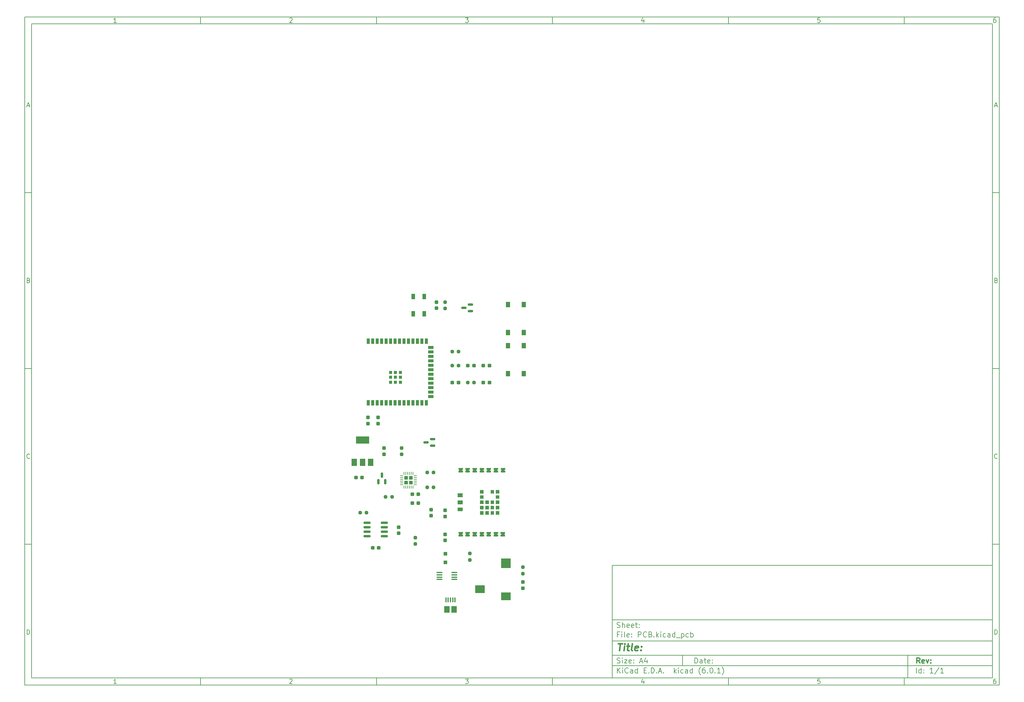
<source format=gbr>
G04 #@! TF.GenerationSoftware,KiCad,Pcbnew,(6.0.1)*
G04 #@! TF.CreationDate,2022-05-18T20:48:10-07:00*
G04 #@! TF.ProjectId,PCB,5043422e-6b69-4636-9164-5f7063625858,rev?*
G04 #@! TF.SameCoordinates,Original*
G04 #@! TF.FileFunction,Paste,Top*
G04 #@! TF.FilePolarity,Positive*
%FSLAX46Y46*%
G04 Gerber Fmt 4.6, Leading zero omitted, Abs format (unit mm)*
G04 Created by KiCad (PCBNEW (6.0.1)) date 2022-05-18 20:48:10*
%MOMM*%
%LPD*%
G01*
G04 APERTURE LIST*
G04 Aperture macros list*
%AMRoundRect*
0 Rectangle with rounded corners*
0 $1 Rounding radius*
0 $2 $3 $4 $5 $6 $7 $8 $9 X,Y pos of 4 corners*
0 Add a 4 corners polygon primitive as box body*
4,1,4,$2,$3,$4,$5,$6,$7,$8,$9,$2,$3,0*
0 Add four circle primitives for the rounded corners*
1,1,$1+$1,$2,$3*
1,1,$1+$1,$4,$5*
1,1,$1+$1,$6,$7*
1,1,$1+$1,$8,$9*
0 Add four rect primitives between the rounded corners*
20,1,$1+$1,$2,$3,$4,$5,0*
20,1,$1+$1,$4,$5,$6,$7,0*
20,1,$1+$1,$6,$7,$8,$9,0*
20,1,$1+$1,$8,$9,$2,$3,0*%
G04 Aperture macros list end*
%ADD10C,0.100000*%
%ADD11C,0.150000*%
%ADD12C,0.300000*%
%ADD13C,0.400000*%
%ADD14C,0.010000*%
%ADD15RoundRect,0.237500X0.237500X-0.300000X0.237500X0.300000X-0.237500X0.300000X-0.237500X-0.300000X0*%
%ADD16RoundRect,0.237500X-0.300000X-0.237500X0.300000X-0.237500X0.300000X0.237500X-0.300000X0.237500X0*%
%ADD17RoundRect,0.150000X0.587500X0.150000X-0.587500X0.150000X-0.587500X-0.150000X0.587500X-0.150000X0*%
%ADD18RoundRect,0.237500X-0.237500X0.300000X-0.237500X-0.300000X0.237500X-0.300000X0.237500X0.300000X0*%
%ADD19RoundRect,0.237500X0.237500X-0.250000X0.237500X0.250000X-0.237500X0.250000X-0.237500X-0.250000X0*%
%ADD20RoundRect,0.237500X-0.250000X-0.237500X0.250000X-0.237500X0.250000X0.237500X-0.250000X0.237500X0*%
%ADD21RoundRect,0.237500X0.250000X0.237500X-0.250000X0.237500X-0.250000X-0.237500X0.250000X-0.237500X0*%
%ADD22R,1.300000X1.550000*%
%ADD23RoundRect,0.100000X0.712500X0.100000X-0.712500X0.100000X-0.712500X-0.100000X0.712500X-0.100000X0*%
%ADD24R,1.000000X1.000000*%
%ADD25R,1.500000X2.000000*%
%ADD26R,3.800000X2.000000*%
%ADD27R,1.270000X0.889000*%
%ADD28R,0.889000X1.270000*%
%ADD29C,0.813001*%
%ADD30RoundRect,0.250000X0.275000X-0.275000X0.275000X0.275000X-0.275000X0.275000X-0.275000X-0.275000X0*%
%ADD31RoundRect,0.062500X0.062500X-0.350000X0.062500X0.350000X-0.062500X0.350000X-0.062500X-0.350000X0*%
%ADD32RoundRect,0.062500X0.350000X-0.062500X0.350000X0.062500X-0.350000X0.062500X-0.350000X-0.062500X0*%
%ADD33RoundRect,0.237500X0.300000X0.237500X-0.300000X0.237500X-0.300000X-0.237500X0.300000X-0.237500X0*%
%ADD34R,0.900000X1.500000*%
%ADD35R,1.500000X0.900000*%
%ADD36R,0.900000X0.900000*%
%ADD37R,0.400000X1.350000*%
%ADD38R,1.500000X1.900000*%
%ADD39RoundRect,0.150000X0.150000X-0.587500X0.150000X0.587500X-0.150000X0.587500X-0.150000X-0.587500X0*%
%ADD40RoundRect,0.150000X-0.825000X-0.150000X0.825000X-0.150000X0.825000X0.150000X-0.825000X0.150000X0*%
%ADD41R,2.800000X2.200000*%
%ADD42R,2.800000X2.800000*%
%ADD43R,1.000000X1.500000*%
G04 APERTURE END LIST*
D10*
D11*
X177002200Y-166007200D02*
X177002200Y-198007200D01*
X285002200Y-198007200D01*
X285002200Y-166007200D01*
X177002200Y-166007200D01*
D10*
D11*
X10000000Y-10000000D02*
X10000000Y-200007200D01*
X287002200Y-200007200D01*
X287002200Y-10000000D01*
X10000000Y-10000000D01*
D10*
D11*
X12000000Y-12000000D02*
X12000000Y-198007200D01*
X285002200Y-198007200D01*
X285002200Y-12000000D01*
X12000000Y-12000000D01*
D10*
D11*
X60000000Y-12000000D02*
X60000000Y-10000000D01*
D10*
D11*
X110000000Y-12000000D02*
X110000000Y-10000000D01*
D10*
D11*
X160000000Y-12000000D02*
X160000000Y-10000000D01*
D10*
D11*
X210000000Y-12000000D02*
X210000000Y-10000000D01*
D10*
D11*
X260000000Y-12000000D02*
X260000000Y-10000000D01*
D10*
D11*
X36065476Y-11588095D02*
X35322619Y-11588095D01*
X35694047Y-11588095D02*
X35694047Y-10288095D01*
X35570238Y-10473809D01*
X35446428Y-10597619D01*
X35322619Y-10659523D01*
D10*
D11*
X85322619Y-10411904D02*
X85384523Y-10350000D01*
X85508333Y-10288095D01*
X85817857Y-10288095D01*
X85941666Y-10350000D01*
X86003571Y-10411904D01*
X86065476Y-10535714D01*
X86065476Y-10659523D01*
X86003571Y-10845238D01*
X85260714Y-11588095D01*
X86065476Y-11588095D01*
D10*
D11*
X135260714Y-10288095D02*
X136065476Y-10288095D01*
X135632142Y-10783333D01*
X135817857Y-10783333D01*
X135941666Y-10845238D01*
X136003571Y-10907142D01*
X136065476Y-11030952D01*
X136065476Y-11340476D01*
X136003571Y-11464285D01*
X135941666Y-11526190D01*
X135817857Y-11588095D01*
X135446428Y-11588095D01*
X135322619Y-11526190D01*
X135260714Y-11464285D01*
D10*
D11*
X185941666Y-10721428D02*
X185941666Y-11588095D01*
X185632142Y-10226190D02*
X185322619Y-11154761D01*
X186127380Y-11154761D01*
D10*
D11*
X236003571Y-10288095D02*
X235384523Y-10288095D01*
X235322619Y-10907142D01*
X235384523Y-10845238D01*
X235508333Y-10783333D01*
X235817857Y-10783333D01*
X235941666Y-10845238D01*
X236003571Y-10907142D01*
X236065476Y-11030952D01*
X236065476Y-11340476D01*
X236003571Y-11464285D01*
X235941666Y-11526190D01*
X235817857Y-11588095D01*
X235508333Y-11588095D01*
X235384523Y-11526190D01*
X235322619Y-11464285D01*
D10*
D11*
X285941666Y-10288095D02*
X285694047Y-10288095D01*
X285570238Y-10350000D01*
X285508333Y-10411904D01*
X285384523Y-10597619D01*
X285322619Y-10845238D01*
X285322619Y-11340476D01*
X285384523Y-11464285D01*
X285446428Y-11526190D01*
X285570238Y-11588095D01*
X285817857Y-11588095D01*
X285941666Y-11526190D01*
X286003571Y-11464285D01*
X286065476Y-11340476D01*
X286065476Y-11030952D01*
X286003571Y-10907142D01*
X285941666Y-10845238D01*
X285817857Y-10783333D01*
X285570238Y-10783333D01*
X285446428Y-10845238D01*
X285384523Y-10907142D01*
X285322619Y-11030952D01*
D10*
D11*
X60000000Y-198007200D02*
X60000000Y-200007200D01*
D10*
D11*
X110000000Y-198007200D02*
X110000000Y-200007200D01*
D10*
D11*
X160000000Y-198007200D02*
X160000000Y-200007200D01*
D10*
D11*
X210000000Y-198007200D02*
X210000000Y-200007200D01*
D10*
D11*
X260000000Y-198007200D02*
X260000000Y-200007200D01*
D10*
D11*
X36065476Y-199595295D02*
X35322619Y-199595295D01*
X35694047Y-199595295D02*
X35694047Y-198295295D01*
X35570238Y-198481009D01*
X35446428Y-198604819D01*
X35322619Y-198666723D01*
D10*
D11*
X85322619Y-198419104D02*
X85384523Y-198357200D01*
X85508333Y-198295295D01*
X85817857Y-198295295D01*
X85941666Y-198357200D01*
X86003571Y-198419104D01*
X86065476Y-198542914D01*
X86065476Y-198666723D01*
X86003571Y-198852438D01*
X85260714Y-199595295D01*
X86065476Y-199595295D01*
D10*
D11*
X135260714Y-198295295D02*
X136065476Y-198295295D01*
X135632142Y-198790533D01*
X135817857Y-198790533D01*
X135941666Y-198852438D01*
X136003571Y-198914342D01*
X136065476Y-199038152D01*
X136065476Y-199347676D01*
X136003571Y-199471485D01*
X135941666Y-199533390D01*
X135817857Y-199595295D01*
X135446428Y-199595295D01*
X135322619Y-199533390D01*
X135260714Y-199471485D01*
D10*
D11*
X185941666Y-198728628D02*
X185941666Y-199595295D01*
X185632142Y-198233390D02*
X185322619Y-199161961D01*
X186127380Y-199161961D01*
D10*
D11*
X236003571Y-198295295D02*
X235384523Y-198295295D01*
X235322619Y-198914342D01*
X235384523Y-198852438D01*
X235508333Y-198790533D01*
X235817857Y-198790533D01*
X235941666Y-198852438D01*
X236003571Y-198914342D01*
X236065476Y-199038152D01*
X236065476Y-199347676D01*
X236003571Y-199471485D01*
X235941666Y-199533390D01*
X235817857Y-199595295D01*
X235508333Y-199595295D01*
X235384523Y-199533390D01*
X235322619Y-199471485D01*
D10*
D11*
X285941666Y-198295295D02*
X285694047Y-198295295D01*
X285570238Y-198357200D01*
X285508333Y-198419104D01*
X285384523Y-198604819D01*
X285322619Y-198852438D01*
X285322619Y-199347676D01*
X285384523Y-199471485D01*
X285446428Y-199533390D01*
X285570238Y-199595295D01*
X285817857Y-199595295D01*
X285941666Y-199533390D01*
X286003571Y-199471485D01*
X286065476Y-199347676D01*
X286065476Y-199038152D01*
X286003571Y-198914342D01*
X285941666Y-198852438D01*
X285817857Y-198790533D01*
X285570238Y-198790533D01*
X285446428Y-198852438D01*
X285384523Y-198914342D01*
X285322619Y-199038152D01*
D10*
D11*
X10000000Y-60000000D02*
X12000000Y-60000000D01*
D10*
D11*
X10000000Y-110000000D02*
X12000000Y-110000000D01*
D10*
D11*
X10000000Y-160000000D02*
X12000000Y-160000000D01*
D10*
D11*
X10690476Y-35216666D02*
X11309523Y-35216666D01*
X10566666Y-35588095D02*
X11000000Y-34288095D01*
X11433333Y-35588095D01*
D10*
D11*
X11092857Y-84907142D02*
X11278571Y-84969047D01*
X11340476Y-85030952D01*
X11402380Y-85154761D01*
X11402380Y-85340476D01*
X11340476Y-85464285D01*
X11278571Y-85526190D01*
X11154761Y-85588095D01*
X10659523Y-85588095D01*
X10659523Y-84288095D01*
X11092857Y-84288095D01*
X11216666Y-84350000D01*
X11278571Y-84411904D01*
X11340476Y-84535714D01*
X11340476Y-84659523D01*
X11278571Y-84783333D01*
X11216666Y-84845238D01*
X11092857Y-84907142D01*
X10659523Y-84907142D01*
D10*
D11*
X11402380Y-135464285D02*
X11340476Y-135526190D01*
X11154761Y-135588095D01*
X11030952Y-135588095D01*
X10845238Y-135526190D01*
X10721428Y-135402380D01*
X10659523Y-135278571D01*
X10597619Y-135030952D01*
X10597619Y-134845238D01*
X10659523Y-134597619D01*
X10721428Y-134473809D01*
X10845238Y-134350000D01*
X11030952Y-134288095D01*
X11154761Y-134288095D01*
X11340476Y-134350000D01*
X11402380Y-134411904D01*
D10*
D11*
X10659523Y-185588095D02*
X10659523Y-184288095D01*
X10969047Y-184288095D01*
X11154761Y-184350000D01*
X11278571Y-184473809D01*
X11340476Y-184597619D01*
X11402380Y-184845238D01*
X11402380Y-185030952D01*
X11340476Y-185278571D01*
X11278571Y-185402380D01*
X11154761Y-185526190D01*
X10969047Y-185588095D01*
X10659523Y-185588095D01*
D10*
D11*
X287002200Y-60000000D02*
X285002200Y-60000000D01*
D10*
D11*
X287002200Y-110000000D02*
X285002200Y-110000000D01*
D10*
D11*
X287002200Y-160000000D02*
X285002200Y-160000000D01*
D10*
D11*
X285692676Y-35216666D02*
X286311723Y-35216666D01*
X285568866Y-35588095D02*
X286002200Y-34288095D01*
X286435533Y-35588095D01*
D10*
D11*
X286095057Y-84907142D02*
X286280771Y-84969047D01*
X286342676Y-85030952D01*
X286404580Y-85154761D01*
X286404580Y-85340476D01*
X286342676Y-85464285D01*
X286280771Y-85526190D01*
X286156961Y-85588095D01*
X285661723Y-85588095D01*
X285661723Y-84288095D01*
X286095057Y-84288095D01*
X286218866Y-84350000D01*
X286280771Y-84411904D01*
X286342676Y-84535714D01*
X286342676Y-84659523D01*
X286280771Y-84783333D01*
X286218866Y-84845238D01*
X286095057Y-84907142D01*
X285661723Y-84907142D01*
D10*
D11*
X286404580Y-135464285D02*
X286342676Y-135526190D01*
X286156961Y-135588095D01*
X286033152Y-135588095D01*
X285847438Y-135526190D01*
X285723628Y-135402380D01*
X285661723Y-135278571D01*
X285599819Y-135030952D01*
X285599819Y-134845238D01*
X285661723Y-134597619D01*
X285723628Y-134473809D01*
X285847438Y-134350000D01*
X286033152Y-134288095D01*
X286156961Y-134288095D01*
X286342676Y-134350000D01*
X286404580Y-134411904D01*
D10*
D11*
X285661723Y-185588095D02*
X285661723Y-184288095D01*
X285971247Y-184288095D01*
X286156961Y-184350000D01*
X286280771Y-184473809D01*
X286342676Y-184597619D01*
X286404580Y-184845238D01*
X286404580Y-185030952D01*
X286342676Y-185278571D01*
X286280771Y-185402380D01*
X286156961Y-185526190D01*
X285971247Y-185588095D01*
X285661723Y-185588095D01*
D10*
D11*
X200434342Y-193785771D02*
X200434342Y-192285771D01*
X200791485Y-192285771D01*
X201005771Y-192357200D01*
X201148628Y-192500057D01*
X201220057Y-192642914D01*
X201291485Y-192928628D01*
X201291485Y-193142914D01*
X201220057Y-193428628D01*
X201148628Y-193571485D01*
X201005771Y-193714342D01*
X200791485Y-193785771D01*
X200434342Y-193785771D01*
X202577200Y-193785771D02*
X202577200Y-193000057D01*
X202505771Y-192857200D01*
X202362914Y-192785771D01*
X202077200Y-192785771D01*
X201934342Y-192857200D01*
X202577200Y-193714342D02*
X202434342Y-193785771D01*
X202077200Y-193785771D01*
X201934342Y-193714342D01*
X201862914Y-193571485D01*
X201862914Y-193428628D01*
X201934342Y-193285771D01*
X202077200Y-193214342D01*
X202434342Y-193214342D01*
X202577200Y-193142914D01*
X203077200Y-192785771D02*
X203648628Y-192785771D01*
X203291485Y-192285771D02*
X203291485Y-193571485D01*
X203362914Y-193714342D01*
X203505771Y-193785771D01*
X203648628Y-193785771D01*
X204720057Y-193714342D02*
X204577200Y-193785771D01*
X204291485Y-193785771D01*
X204148628Y-193714342D01*
X204077200Y-193571485D01*
X204077200Y-193000057D01*
X204148628Y-192857200D01*
X204291485Y-192785771D01*
X204577200Y-192785771D01*
X204720057Y-192857200D01*
X204791485Y-193000057D01*
X204791485Y-193142914D01*
X204077200Y-193285771D01*
X205434342Y-193642914D02*
X205505771Y-193714342D01*
X205434342Y-193785771D01*
X205362914Y-193714342D01*
X205434342Y-193642914D01*
X205434342Y-193785771D01*
X205434342Y-192857200D02*
X205505771Y-192928628D01*
X205434342Y-193000057D01*
X205362914Y-192928628D01*
X205434342Y-192857200D01*
X205434342Y-193000057D01*
D10*
D11*
X177002200Y-194507200D02*
X285002200Y-194507200D01*
D10*
D11*
X178434342Y-196585771D02*
X178434342Y-195085771D01*
X179291485Y-196585771D02*
X178648628Y-195728628D01*
X179291485Y-195085771D02*
X178434342Y-195942914D01*
X179934342Y-196585771D02*
X179934342Y-195585771D01*
X179934342Y-195085771D02*
X179862914Y-195157200D01*
X179934342Y-195228628D01*
X180005771Y-195157200D01*
X179934342Y-195085771D01*
X179934342Y-195228628D01*
X181505771Y-196442914D02*
X181434342Y-196514342D01*
X181220057Y-196585771D01*
X181077200Y-196585771D01*
X180862914Y-196514342D01*
X180720057Y-196371485D01*
X180648628Y-196228628D01*
X180577200Y-195942914D01*
X180577200Y-195728628D01*
X180648628Y-195442914D01*
X180720057Y-195300057D01*
X180862914Y-195157200D01*
X181077200Y-195085771D01*
X181220057Y-195085771D01*
X181434342Y-195157200D01*
X181505771Y-195228628D01*
X182791485Y-196585771D02*
X182791485Y-195800057D01*
X182720057Y-195657200D01*
X182577200Y-195585771D01*
X182291485Y-195585771D01*
X182148628Y-195657200D01*
X182791485Y-196514342D02*
X182648628Y-196585771D01*
X182291485Y-196585771D01*
X182148628Y-196514342D01*
X182077200Y-196371485D01*
X182077200Y-196228628D01*
X182148628Y-196085771D01*
X182291485Y-196014342D01*
X182648628Y-196014342D01*
X182791485Y-195942914D01*
X184148628Y-196585771D02*
X184148628Y-195085771D01*
X184148628Y-196514342D02*
X184005771Y-196585771D01*
X183720057Y-196585771D01*
X183577200Y-196514342D01*
X183505771Y-196442914D01*
X183434342Y-196300057D01*
X183434342Y-195871485D01*
X183505771Y-195728628D01*
X183577200Y-195657200D01*
X183720057Y-195585771D01*
X184005771Y-195585771D01*
X184148628Y-195657200D01*
X186005771Y-195800057D02*
X186505771Y-195800057D01*
X186720057Y-196585771D02*
X186005771Y-196585771D01*
X186005771Y-195085771D01*
X186720057Y-195085771D01*
X187362914Y-196442914D02*
X187434342Y-196514342D01*
X187362914Y-196585771D01*
X187291485Y-196514342D01*
X187362914Y-196442914D01*
X187362914Y-196585771D01*
X188077200Y-196585771D02*
X188077200Y-195085771D01*
X188434342Y-195085771D01*
X188648628Y-195157200D01*
X188791485Y-195300057D01*
X188862914Y-195442914D01*
X188934342Y-195728628D01*
X188934342Y-195942914D01*
X188862914Y-196228628D01*
X188791485Y-196371485D01*
X188648628Y-196514342D01*
X188434342Y-196585771D01*
X188077200Y-196585771D01*
X189577200Y-196442914D02*
X189648628Y-196514342D01*
X189577200Y-196585771D01*
X189505771Y-196514342D01*
X189577200Y-196442914D01*
X189577200Y-196585771D01*
X190220057Y-196157200D02*
X190934342Y-196157200D01*
X190077200Y-196585771D02*
X190577200Y-195085771D01*
X191077200Y-196585771D01*
X191577200Y-196442914D02*
X191648628Y-196514342D01*
X191577200Y-196585771D01*
X191505771Y-196514342D01*
X191577200Y-196442914D01*
X191577200Y-196585771D01*
X194577200Y-196585771D02*
X194577200Y-195085771D01*
X194720057Y-196014342D02*
X195148628Y-196585771D01*
X195148628Y-195585771D02*
X194577200Y-196157200D01*
X195791485Y-196585771D02*
X195791485Y-195585771D01*
X195791485Y-195085771D02*
X195720057Y-195157200D01*
X195791485Y-195228628D01*
X195862914Y-195157200D01*
X195791485Y-195085771D01*
X195791485Y-195228628D01*
X197148628Y-196514342D02*
X197005771Y-196585771D01*
X196720057Y-196585771D01*
X196577200Y-196514342D01*
X196505771Y-196442914D01*
X196434342Y-196300057D01*
X196434342Y-195871485D01*
X196505771Y-195728628D01*
X196577200Y-195657200D01*
X196720057Y-195585771D01*
X197005771Y-195585771D01*
X197148628Y-195657200D01*
X198434342Y-196585771D02*
X198434342Y-195800057D01*
X198362914Y-195657200D01*
X198220057Y-195585771D01*
X197934342Y-195585771D01*
X197791485Y-195657200D01*
X198434342Y-196514342D02*
X198291485Y-196585771D01*
X197934342Y-196585771D01*
X197791485Y-196514342D01*
X197720057Y-196371485D01*
X197720057Y-196228628D01*
X197791485Y-196085771D01*
X197934342Y-196014342D01*
X198291485Y-196014342D01*
X198434342Y-195942914D01*
X199791485Y-196585771D02*
X199791485Y-195085771D01*
X199791485Y-196514342D02*
X199648628Y-196585771D01*
X199362914Y-196585771D01*
X199220057Y-196514342D01*
X199148628Y-196442914D01*
X199077200Y-196300057D01*
X199077200Y-195871485D01*
X199148628Y-195728628D01*
X199220057Y-195657200D01*
X199362914Y-195585771D01*
X199648628Y-195585771D01*
X199791485Y-195657200D01*
X202077200Y-197157200D02*
X202005771Y-197085771D01*
X201862914Y-196871485D01*
X201791485Y-196728628D01*
X201720057Y-196514342D01*
X201648628Y-196157200D01*
X201648628Y-195871485D01*
X201720057Y-195514342D01*
X201791485Y-195300057D01*
X201862914Y-195157200D01*
X202005771Y-194942914D01*
X202077200Y-194871485D01*
X203291485Y-195085771D02*
X203005771Y-195085771D01*
X202862914Y-195157200D01*
X202791485Y-195228628D01*
X202648628Y-195442914D01*
X202577200Y-195728628D01*
X202577200Y-196300057D01*
X202648628Y-196442914D01*
X202720057Y-196514342D01*
X202862914Y-196585771D01*
X203148628Y-196585771D01*
X203291485Y-196514342D01*
X203362914Y-196442914D01*
X203434342Y-196300057D01*
X203434342Y-195942914D01*
X203362914Y-195800057D01*
X203291485Y-195728628D01*
X203148628Y-195657200D01*
X202862914Y-195657200D01*
X202720057Y-195728628D01*
X202648628Y-195800057D01*
X202577200Y-195942914D01*
X204077200Y-196442914D02*
X204148628Y-196514342D01*
X204077200Y-196585771D01*
X204005771Y-196514342D01*
X204077200Y-196442914D01*
X204077200Y-196585771D01*
X205077200Y-195085771D02*
X205220057Y-195085771D01*
X205362914Y-195157200D01*
X205434342Y-195228628D01*
X205505771Y-195371485D01*
X205577200Y-195657200D01*
X205577200Y-196014342D01*
X205505771Y-196300057D01*
X205434342Y-196442914D01*
X205362914Y-196514342D01*
X205220057Y-196585771D01*
X205077200Y-196585771D01*
X204934342Y-196514342D01*
X204862914Y-196442914D01*
X204791485Y-196300057D01*
X204720057Y-196014342D01*
X204720057Y-195657200D01*
X204791485Y-195371485D01*
X204862914Y-195228628D01*
X204934342Y-195157200D01*
X205077200Y-195085771D01*
X206220057Y-196442914D02*
X206291485Y-196514342D01*
X206220057Y-196585771D01*
X206148628Y-196514342D01*
X206220057Y-196442914D01*
X206220057Y-196585771D01*
X207720057Y-196585771D02*
X206862914Y-196585771D01*
X207291485Y-196585771D02*
X207291485Y-195085771D01*
X207148628Y-195300057D01*
X207005771Y-195442914D01*
X206862914Y-195514342D01*
X208220057Y-197157200D02*
X208291485Y-197085771D01*
X208434342Y-196871485D01*
X208505771Y-196728628D01*
X208577200Y-196514342D01*
X208648628Y-196157200D01*
X208648628Y-195871485D01*
X208577200Y-195514342D01*
X208505771Y-195300057D01*
X208434342Y-195157200D01*
X208291485Y-194942914D01*
X208220057Y-194871485D01*
D10*
D11*
X177002200Y-191507200D02*
X285002200Y-191507200D01*
D10*
D12*
X264411485Y-193785771D02*
X263911485Y-193071485D01*
X263554342Y-193785771D02*
X263554342Y-192285771D01*
X264125771Y-192285771D01*
X264268628Y-192357200D01*
X264340057Y-192428628D01*
X264411485Y-192571485D01*
X264411485Y-192785771D01*
X264340057Y-192928628D01*
X264268628Y-193000057D01*
X264125771Y-193071485D01*
X263554342Y-193071485D01*
X265625771Y-193714342D02*
X265482914Y-193785771D01*
X265197200Y-193785771D01*
X265054342Y-193714342D01*
X264982914Y-193571485D01*
X264982914Y-193000057D01*
X265054342Y-192857200D01*
X265197200Y-192785771D01*
X265482914Y-192785771D01*
X265625771Y-192857200D01*
X265697200Y-193000057D01*
X265697200Y-193142914D01*
X264982914Y-193285771D01*
X266197200Y-192785771D02*
X266554342Y-193785771D01*
X266911485Y-192785771D01*
X267482914Y-193642914D02*
X267554342Y-193714342D01*
X267482914Y-193785771D01*
X267411485Y-193714342D01*
X267482914Y-193642914D01*
X267482914Y-193785771D01*
X267482914Y-192857200D02*
X267554342Y-192928628D01*
X267482914Y-193000057D01*
X267411485Y-192928628D01*
X267482914Y-192857200D01*
X267482914Y-193000057D01*
D10*
D11*
X178362914Y-193714342D02*
X178577200Y-193785771D01*
X178934342Y-193785771D01*
X179077200Y-193714342D01*
X179148628Y-193642914D01*
X179220057Y-193500057D01*
X179220057Y-193357200D01*
X179148628Y-193214342D01*
X179077200Y-193142914D01*
X178934342Y-193071485D01*
X178648628Y-193000057D01*
X178505771Y-192928628D01*
X178434342Y-192857200D01*
X178362914Y-192714342D01*
X178362914Y-192571485D01*
X178434342Y-192428628D01*
X178505771Y-192357200D01*
X178648628Y-192285771D01*
X179005771Y-192285771D01*
X179220057Y-192357200D01*
X179862914Y-193785771D02*
X179862914Y-192785771D01*
X179862914Y-192285771D02*
X179791485Y-192357200D01*
X179862914Y-192428628D01*
X179934342Y-192357200D01*
X179862914Y-192285771D01*
X179862914Y-192428628D01*
X180434342Y-192785771D02*
X181220057Y-192785771D01*
X180434342Y-193785771D01*
X181220057Y-193785771D01*
X182362914Y-193714342D02*
X182220057Y-193785771D01*
X181934342Y-193785771D01*
X181791485Y-193714342D01*
X181720057Y-193571485D01*
X181720057Y-193000057D01*
X181791485Y-192857200D01*
X181934342Y-192785771D01*
X182220057Y-192785771D01*
X182362914Y-192857200D01*
X182434342Y-193000057D01*
X182434342Y-193142914D01*
X181720057Y-193285771D01*
X183077200Y-193642914D02*
X183148628Y-193714342D01*
X183077200Y-193785771D01*
X183005771Y-193714342D01*
X183077200Y-193642914D01*
X183077200Y-193785771D01*
X183077200Y-192857200D02*
X183148628Y-192928628D01*
X183077200Y-193000057D01*
X183005771Y-192928628D01*
X183077200Y-192857200D01*
X183077200Y-193000057D01*
X184862914Y-193357200D02*
X185577200Y-193357200D01*
X184720057Y-193785771D02*
X185220057Y-192285771D01*
X185720057Y-193785771D01*
X186862914Y-192785771D02*
X186862914Y-193785771D01*
X186505771Y-192214342D02*
X186148628Y-193285771D01*
X187077200Y-193285771D01*
D10*
D11*
X263434342Y-196585771D02*
X263434342Y-195085771D01*
X264791485Y-196585771D02*
X264791485Y-195085771D01*
X264791485Y-196514342D02*
X264648628Y-196585771D01*
X264362914Y-196585771D01*
X264220057Y-196514342D01*
X264148628Y-196442914D01*
X264077200Y-196300057D01*
X264077200Y-195871485D01*
X264148628Y-195728628D01*
X264220057Y-195657200D01*
X264362914Y-195585771D01*
X264648628Y-195585771D01*
X264791485Y-195657200D01*
X265505771Y-196442914D02*
X265577200Y-196514342D01*
X265505771Y-196585771D01*
X265434342Y-196514342D01*
X265505771Y-196442914D01*
X265505771Y-196585771D01*
X265505771Y-195657200D02*
X265577200Y-195728628D01*
X265505771Y-195800057D01*
X265434342Y-195728628D01*
X265505771Y-195657200D01*
X265505771Y-195800057D01*
X268148628Y-196585771D02*
X267291485Y-196585771D01*
X267720057Y-196585771D02*
X267720057Y-195085771D01*
X267577200Y-195300057D01*
X267434342Y-195442914D01*
X267291485Y-195514342D01*
X269862914Y-195014342D02*
X268577200Y-196942914D01*
X271148628Y-196585771D02*
X270291485Y-196585771D01*
X270720057Y-196585771D02*
X270720057Y-195085771D01*
X270577200Y-195300057D01*
X270434342Y-195442914D01*
X270291485Y-195514342D01*
D10*
D11*
X177002200Y-187507200D02*
X285002200Y-187507200D01*
D10*
D13*
X178714580Y-188211961D02*
X179857438Y-188211961D01*
X179036009Y-190211961D02*
X179286009Y-188211961D01*
X180274104Y-190211961D02*
X180440771Y-188878628D01*
X180524104Y-188211961D02*
X180416961Y-188307200D01*
X180500295Y-188402438D01*
X180607438Y-188307200D01*
X180524104Y-188211961D01*
X180500295Y-188402438D01*
X181107438Y-188878628D02*
X181869342Y-188878628D01*
X181476485Y-188211961D02*
X181262200Y-189926247D01*
X181333628Y-190116723D01*
X181512200Y-190211961D01*
X181702676Y-190211961D01*
X182655057Y-190211961D02*
X182476485Y-190116723D01*
X182405057Y-189926247D01*
X182619342Y-188211961D01*
X184190771Y-190116723D02*
X183988390Y-190211961D01*
X183607438Y-190211961D01*
X183428866Y-190116723D01*
X183357438Y-189926247D01*
X183452676Y-189164342D01*
X183571723Y-188973866D01*
X183774104Y-188878628D01*
X184155057Y-188878628D01*
X184333628Y-188973866D01*
X184405057Y-189164342D01*
X184381247Y-189354819D01*
X183405057Y-189545295D01*
X185155057Y-190021485D02*
X185238390Y-190116723D01*
X185131247Y-190211961D01*
X185047914Y-190116723D01*
X185155057Y-190021485D01*
X185131247Y-190211961D01*
X185286009Y-188973866D02*
X185369342Y-189069104D01*
X185262200Y-189164342D01*
X185178866Y-189069104D01*
X185286009Y-188973866D01*
X185262200Y-189164342D01*
D10*
D11*
X178934342Y-185600057D02*
X178434342Y-185600057D01*
X178434342Y-186385771D02*
X178434342Y-184885771D01*
X179148628Y-184885771D01*
X179720057Y-186385771D02*
X179720057Y-185385771D01*
X179720057Y-184885771D02*
X179648628Y-184957200D01*
X179720057Y-185028628D01*
X179791485Y-184957200D01*
X179720057Y-184885771D01*
X179720057Y-185028628D01*
X180648628Y-186385771D02*
X180505771Y-186314342D01*
X180434342Y-186171485D01*
X180434342Y-184885771D01*
X181791485Y-186314342D02*
X181648628Y-186385771D01*
X181362914Y-186385771D01*
X181220057Y-186314342D01*
X181148628Y-186171485D01*
X181148628Y-185600057D01*
X181220057Y-185457200D01*
X181362914Y-185385771D01*
X181648628Y-185385771D01*
X181791485Y-185457200D01*
X181862914Y-185600057D01*
X181862914Y-185742914D01*
X181148628Y-185885771D01*
X182505771Y-186242914D02*
X182577200Y-186314342D01*
X182505771Y-186385771D01*
X182434342Y-186314342D01*
X182505771Y-186242914D01*
X182505771Y-186385771D01*
X182505771Y-185457200D02*
X182577200Y-185528628D01*
X182505771Y-185600057D01*
X182434342Y-185528628D01*
X182505771Y-185457200D01*
X182505771Y-185600057D01*
X184362914Y-186385771D02*
X184362914Y-184885771D01*
X184934342Y-184885771D01*
X185077200Y-184957200D01*
X185148628Y-185028628D01*
X185220057Y-185171485D01*
X185220057Y-185385771D01*
X185148628Y-185528628D01*
X185077200Y-185600057D01*
X184934342Y-185671485D01*
X184362914Y-185671485D01*
X186720057Y-186242914D02*
X186648628Y-186314342D01*
X186434342Y-186385771D01*
X186291485Y-186385771D01*
X186077200Y-186314342D01*
X185934342Y-186171485D01*
X185862914Y-186028628D01*
X185791485Y-185742914D01*
X185791485Y-185528628D01*
X185862914Y-185242914D01*
X185934342Y-185100057D01*
X186077200Y-184957200D01*
X186291485Y-184885771D01*
X186434342Y-184885771D01*
X186648628Y-184957200D01*
X186720057Y-185028628D01*
X187862914Y-185600057D02*
X188077200Y-185671485D01*
X188148628Y-185742914D01*
X188220057Y-185885771D01*
X188220057Y-186100057D01*
X188148628Y-186242914D01*
X188077200Y-186314342D01*
X187934342Y-186385771D01*
X187362914Y-186385771D01*
X187362914Y-184885771D01*
X187862914Y-184885771D01*
X188005771Y-184957200D01*
X188077200Y-185028628D01*
X188148628Y-185171485D01*
X188148628Y-185314342D01*
X188077200Y-185457200D01*
X188005771Y-185528628D01*
X187862914Y-185600057D01*
X187362914Y-185600057D01*
X188862914Y-186242914D02*
X188934342Y-186314342D01*
X188862914Y-186385771D01*
X188791485Y-186314342D01*
X188862914Y-186242914D01*
X188862914Y-186385771D01*
X189577200Y-186385771D02*
X189577200Y-184885771D01*
X189720057Y-185814342D02*
X190148628Y-186385771D01*
X190148628Y-185385771D02*
X189577200Y-185957200D01*
X190791485Y-186385771D02*
X190791485Y-185385771D01*
X190791485Y-184885771D02*
X190720057Y-184957200D01*
X190791485Y-185028628D01*
X190862914Y-184957200D01*
X190791485Y-184885771D01*
X190791485Y-185028628D01*
X192148628Y-186314342D02*
X192005771Y-186385771D01*
X191720057Y-186385771D01*
X191577200Y-186314342D01*
X191505771Y-186242914D01*
X191434342Y-186100057D01*
X191434342Y-185671485D01*
X191505771Y-185528628D01*
X191577200Y-185457200D01*
X191720057Y-185385771D01*
X192005771Y-185385771D01*
X192148628Y-185457200D01*
X193434342Y-186385771D02*
X193434342Y-185600057D01*
X193362914Y-185457200D01*
X193220057Y-185385771D01*
X192934342Y-185385771D01*
X192791485Y-185457200D01*
X193434342Y-186314342D02*
X193291485Y-186385771D01*
X192934342Y-186385771D01*
X192791485Y-186314342D01*
X192720057Y-186171485D01*
X192720057Y-186028628D01*
X192791485Y-185885771D01*
X192934342Y-185814342D01*
X193291485Y-185814342D01*
X193434342Y-185742914D01*
X194791485Y-186385771D02*
X194791485Y-184885771D01*
X194791485Y-186314342D02*
X194648628Y-186385771D01*
X194362914Y-186385771D01*
X194220057Y-186314342D01*
X194148628Y-186242914D01*
X194077200Y-186100057D01*
X194077200Y-185671485D01*
X194148628Y-185528628D01*
X194220057Y-185457200D01*
X194362914Y-185385771D01*
X194648628Y-185385771D01*
X194791485Y-185457200D01*
X195148628Y-186528628D02*
X196291485Y-186528628D01*
X196648628Y-185385771D02*
X196648628Y-186885771D01*
X196648628Y-185457200D02*
X196791485Y-185385771D01*
X197077200Y-185385771D01*
X197220057Y-185457200D01*
X197291485Y-185528628D01*
X197362914Y-185671485D01*
X197362914Y-186100057D01*
X197291485Y-186242914D01*
X197220057Y-186314342D01*
X197077200Y-186385771D01*
X196791485Y-186385771D01*
X196648628Y-186314342D01*
X198648628Y-186314342D02*
X198505771Y-186385771D01*
X198220057Y-186385771D01*
X198077200Y-186314342D01*
X198005771Y-186242914D01*
X197934342Y-186100057D01*
X197934342Y-185671485D01*
X198005771Y-185528628D01*
X198077200Y-185457200D01*
X198220057Y-185385771D01*
X198505771Y-185385771D01*
X198648628Y-185457200D01*
X199291485Y-186385771D02*
X199291485Y-184885771D01*
X199291485Y-185457200D02*
X199434342Y-185385771D01*
X199720057Y-185385771D01*
X199862914Y-185457200D01*
X199934342Y-185528628D01*
X200005771Y-185671485D01*
X200005771Y-186100057D01*
X199934342Y-186242914D01*
X199862914Y-186314342D01*
X199720057Y-186385771D01*
X199434342Y-186385771D01*
X199291485Y-186314342D01*
D10*
D11*
X177002200Y-181507200D02*
X285002200Y-181507200D01*
D10*
D11*
X178362914Y-183614342D02*
X178577200Y-183685771D01*
X178934342Y-183685771D01*
X179077200Y-183614342D01*
X179148628Y-183542914D01*
X179220057Y-183400057D01*
X179220057Y-183257200D01*
X179148628Y-183114342D01*
X179077200Y-183042914D01*
X178934342Y-182971485D01*
X178648628Y-182900057D01*
X178505771Y-182828628D01*
X178434342Y-182757200D01*
X178362914Y-182614342D01*
X178362914Y-182471485D01*
X178434342Y-182328628D01*
X178505771Y-182257200D01*
X178648628Y-182185771D01*
X179005771Y-182185771D01*
X179220057Y-182257200D01*
X179862914Y-183685771D02*
X179862914Y-182185771D01*
X180505771Y-183685771D02*
X180505771Y-182900057D01*
X180434342Y-182757200D01*
X180291485Y-182685771D01*
X180077200Y-182685771D01*
X179934342Y-182757200D01*
X179862914Y-182828628D01*
X181791485Y-183614342D02*
X181648628Y-183685771D01*
X181362914Y-183685771D01*
X181220057Y-183614342D01*
X181148628Y-183471485D01*
X181148628Y-182900057D01*
X181220057Y-182757200D01*
X181362914Y-182685771D01*
X181648628Y-182685771D01*
X181791485Y-182757200D01*
X181862914Y-182900057D01*
X181862914Y-183042914D01*
X181148628Y-183185771D01*
X183077200Y-183614342D02*
X182934342Y-183685771D01*
X182648628Y-183685771D01*
X182505771Y-183614342D01*
X182434342Y-183471485D01*
X182434342Y-182900057D01*
X182505771Y-182757200D01*
X182648628Y-182685771D01*
X182934342Y-182685771D01*
X183077200Y-182757200D01*
X183148628Y-182900057D01*
X183148628Y-183042914D01*
X182434342Y-183185771D01*
X183577200Y-182685771D02*
X184148628Y-182685771D01*
X183791485Y-182185771D02*
X183791485Y-183471485D01*
X183862914Y-183614342D01*
X184005771Y-183685771D01*
X184148628Y-183685771D01*
X184648628Y-183542914D02*
X184720057Y-183614342D01*
X184648628Y-183685771D01*
X184577200Y-183614342D01*
X184648628Y-183542914D01*
X184648628Y-183685771D01*
X184648628Y-182757200D02*
X184720057Y-182828628D01*
X184648628Y-182900057D01*
X184577200Y-182828628D01*
X184648628Y-182757200D01*
X184648628Y-182900057D01*
D10*
D12*
D10*
D11*
D10*
D11*
D10*
D11*
D10*
D11*
D10*
D11*
X197002200Y-191507200D02*
X197002200Y-194507200D01*
D10*
D11*
X261002200Y-191507200D02*
X261002200Y-198007200D01*
D14*
G04 #@! TO.C,U3*
X143911500Y-147937000D02*
X143911500Y-147543000D01*
X143911500Y-147543000D02*
X144305500Y-147543000D01*
X144305500Y-147543000D02*
X144305500Y-147937000D01*
X144305500Y-147937000D02*
X143911500Y-147937000D01*
G36*
X144305500Y-147937000D02*
G01*
X143911500Y-147937000D01*
X143911500Y-147543000D01*
X144305500Y-147543000D01*
X144305500Y-147937000D01*
G37*
X144305500Y-147937000D02*
X143911500Y-147937000D01*
X143911500Y-147543000D01*
X144305500Y-147543000D01*
X144305500Y-147937000D01*
X143911500Y-146958000D02*
X143911500Y-146564000D01*
X143911500Y-146564000D02*
X144305500Y-146564000D01*
X144305500Y-146564000D02*
X144305500Y-146958000D01*
X144305500Y-146958000D02*
X143911500Y-146958000D01*
G36*
X144305500Y-146958000D02*
G01*
X143911500Y-146958000D01*
X143911500Y-146564000D01*
X144305500Y-146564000D01*
X144305500Y-146958000D01*
G37*
X144305500Y-146958000D02*
X143911500Y-146958000D01*
X143911500Y-146564000D01*
X144305500Y-146564000D01*
X144305500Y-146958000D01*
X141432500Y-148458010D02*
X141432500Y-148064010D01*
X141432500Y-148064010D02*
X141826500Y-148064010D01*
X141826500Y-148064010D02*
X141826500Y-148458010D01*
X141826500Y-148458010D02*
X141432500Y-148458010D01*
G36*
X141826500Y-148458010D02*
G01*
X141432500Y-148458010D01*
X141432500Y-148064010D01*
X141826500Y-148064010D01*
X141826500Y-148458010D01*
G37*
X141826500Y-148458010D02*
X141432500Y-148458010D01*
X141432500Y-148064010D01*
X141826500Y-148064010D01*
X141826500Y-148458010D01*
X139411500Y-146437000D02*
X139411500Y-146043000D01*
X139411500Y-146043000D02*
X139805500Y-146043000D01*
X139805500Y-146043000D02*
X139805500Y-146437000D01*
X139805500Y-146437000D02*
X139411500Y-146437000D01*
G36*
X139805500Y-146437000D02*
G01*
X139411500Y-146437000D01*
X139411500Y-146043000D01*
X139805500Y-146043000D01*
X139805500Y-146437000D01*
G37*
X139805500Y-146437000D02*
X139411500Y-146437000D01*
X139411500Y-146043000D01*
X139805500Y-146043000D01*
X139805500Y-146437000D01*
X145284500Y-139492000D02*
X145284500Y-139060000D01*
X145284500Y-139060000D02*
X145906500Y-139060000D01*
X145906500Y-139060000D02*
X145906500Y-139492000D01*
X145906500Y-139492000D02*
X145284500Y-139492000D01*
G36*
X145906500Y-139492000D02*
G01*
X145284500Y-139492000D01*
X145284500Y-139060000D01*
X145906500Y-139060000D01*
X145906500Y-139492000D01*
G37*
X145906500Y-139492000D02*
X145284500Y-139492000D01*
X145284500Y-139060000D01*
X145906500Y-139060000D01*
X145906500Y-139492000D01*
X139932500Y-148460000D02*
X139932500Y-148066000D01*
X139932500Y-148066000D02*
X140326500Y-148066000D01*
X140326500Y-148066000D02*
X140326500Y-148460000D01*
X140326500Y-148460000D02*
X139932500Y-148460000D01*
G36*
X140326500Y-148460000D02*
G01*
X139932500Y-148460000D01*
X139932500Y-148066000D01*
X140326500Y-148066000D01*
X140326500Y-148460000D01*
G37*
X140326500Y-148460000D02*
X139932500Y-148460000D01*
X139932500Y-148066000D01*
X140326500Y-148066000D01*
X140326500Y-148460000D01*
X139839500Y-139490000D02*
X139839500Y-139058000D01*
X139839500Y-139058000D02*
X140461500Y-139058000D01*
X140461500Y-139058000D02*
X140461500Y-139490000D01*
X140461500Y-139490000D02*
X139839500Y-139490000D01*
G36*
X140461500Y-139490000D02*
G01*
X139839500Y-139490000D01*
X139839500Y-139058000D01*
X140461500Y-139058000D01*
X140461500Y-139490000D01*
G37*
X140461500Y-139490000D02*
X139839500Y-139490000D01*
X139839500Y-139058000D01*
X140461500Y-139058000D01*
X140461500Y-139490000D01*
X145843500Y-138743000D02*
X145843500Y-138311000D01*
X145843500Y-138311000D02*
X146465500Y-138311000D01*
X146465500Y-138311000D02*
X146465500Y-138743000D01*
X146465500Y-138743000D02*
X145843500Y-138743000D01*
G36*
X146465500Y-138743000D02*
G01*
X145843500Y-138743000D01*
X145843500Y-138311000D01*
X146465500Y-138311000D01*
X146465500Y-138743000D01*
G37*
X146465500Y-138743000D02*
X145843500Y-138743000D01*
X145843500Y-138311000D01*
X146465500Y-138311000D01*
X146465500Y-138743000D01*
X143841500Y-156951000D02*
X143841500Y-156518990D01*
X143841500Y-156518990D02*
X144463500Y-156518990D01*
X144463500Y-156518990D02*
X144463500Y-156951000D01*
X144463500Y-156951000D02*
X143841500Y-156951000D01*
G36*
X144463500Y-156951000D02*
G01*
X143841500Y-156951000D01*
X143841500Y-156518990D01*
X144463500Y-156518990D01*
X144463500Y-156951000D01*
G37*
X144463500Y-156951000D02*
X143841500Y-156951000D01*
X143841500Y-156518990D01*
X144463500Y-156518990D01*
X144463500Y-156951000D01*
X139411500Y-147939000D02*
X139411500Y-147545000D01*
X139411500Y-147545000D02*
X139805500Y-147545000D01*
X139805500Y-147545000D02*
X139805500Y-147939000D01*
X139805500Y-147939000D02*
X139411500Y-147939000D01*
G36*
X139805500Y-147939000D02*
G01*
X139411500Y-147939000D01*
X139411500Y-147545000D01*
X139805500Y-147545000D01*
X139805500Y-147939000D01*
G37*
X139805500Y-147939000D02*
X139411500Y-147939000D01*
X139411500Y-147545000D01*
X139805500Y-147545000D01*
X139805500Y-147939000D01*
X140911500Y-149958010D02*
X140911500Y-149564010D01*
X140911500Y-149564010D02*
X141305500Y-149564010D01*
X141305500Y-149564010D02*
X141305500Y-149958010D01*
X141305500Y-149958010D02*
X140911500Y-149958010D01*
G36*
X141305500Y-149958010D02*
G01*
X140911500Y-149958010D01*
X140911500Y-149564010D01*
X141305500Y-149564010D01*
X141305500Y-149958010D01*
G37*
X141305500Y-149958010D02*
X140911500Y-149958010D01*
X140911500Y-149564010D01*
X141305500Y-149564010D01*
X141305500Y-149958010D01*
X145277500Y-157699996D02*
X145277500Y-157267995D01*
X145277500Y-157267995D02*
X145899500Y-157267995D01*
X145899500Y-157267995D02*
X145899500Y-157699996D01*
X145899500Y-157699996D02*
X145277500Y-157699996D01*
G36*
X145899500Y-157699996D02*
G01*
X145277500Y-157699996D01*
X145277500Y-157267995D01*
X145899500Y-157267995D01*
X145899500Y-157699996D01*
G37*
X145899500Y-157699996D02*
X145277500Y-157699996D01*
X145277500Y-157267995D01*
X145899500Y-157267995D01*
X145899500Y-157699996D01*
X142411500Y-145458000D02*
X142411500Y-145064000D01*
X142411500Y-145064000D02*
X142805500Y-145064000D01*
X142805500Y-145064000D02*
X142805500Y-145458000D01*
X142805500Y-145458000D02*
X142411500Y-145458000D01*
G36*
X142805500Y-145458000D02*
G01*
X142411500Y-145458000D01*
X142411500Y-145064000D01*
X142805500Y-145064000D01*
X142805500Y-145458000D01*
G37*
X142805500Y-145458000D02*
X142411500Y-145458000D01*
X142411500Y-145064000D01*
X142805500Y-145064000D01*
X142805500Y-145458000D01*
X144432500Y-146958000D02*
X144432500Y-146564000D01*
X144432500Y-146564000D02*
X144826500Y-146564000D01*
X144826500Y-146564000D02*
X144826500Y-146958000D01*
X144826500Y-146958000D02*
X144432500Y-146958000D01*
G36*
X144826500Y-146958000D02*
G01*
X144432500Y-146958000D01*
X144432500Y-146564000D01*
X144826500Y-146564000D01*
X144826500Y-146958000D01*
G37*
X144826500Y-146958000D02*
X144432500Y-146958000D01*
X144432500Y-146564000D01*
X144826500Y-146564000D01*
X144826500Y-146958000D01*
X137841500Y-157699998D02*
X137841500Y-157267997D01*
X137841500Y-157267997D02*
X138463500Y-157267997D01*
X138463500Y-157267997D02*
X138463500Y-157699998D01*
X138463500Y-157699998D02*
X137841500Y-157699998D01*
G36*
X138463500Y-157699998D02*
G01*
X137841500Y-157699998D01*
X137841500Y-157267997D01*
X138463500Y-157267997D01*
X138463500Y-157699998D01*
G37*
X138463500Y-157699998D02*
X137841500Y-157699998D01*
X137841500Y-157267997D01*
X138463500Y-157267997D01*
X138463500Y-157699998D01*
X142932500Y-145458000D02*
X142932500Y-145064000D01*
X142932500Y-145064000D02*
X143326500Y-145064000D01*
X143326500Y-145064000D02*
X143326500Y-145458000D01*
X143326500Y-145458000D02*
X142932500Y-145458000D01*
G36*
X143326500Y-145458000D02*
G01*
X142932500Y-145458000D01*
X142932500Y-145064000D01*
X143326500Y-145064000D01*
X143326500Y-145458000D01*
G37*
X143326500Y-145458000D02*
X142932500Y-145458000D01*
X142932500Y-145064000D01*
X143326500Y-145064000D01*
X143326500Y-145458000D01*
X142932500Y-144937000D02*
X142932500Y-144543000D01*
X142932500Y-144543000D02*
X143326500Y-144543000D01*
X143326500Y-144543000D02*
X143326500Y-144937000D01*
X143326500Y-144937000D02*
X142932500Y-144937000D01*
G36*
X143326500Y-144937000D02*
G01*
X142932500Y-144937000D01*
X142932500Y-144543000D01*
X143326500Y-144543000D01*
X143326500Y-144937000D01*
G37*
X143326500Y-144937000D02*
X142932500Y-144937000D01*
X142932500Y-144543000D01*
X143326500Y-144543000D01*
X143326500Y-144937000D01*
X143282500Y-139490000D02*
X143282500Y-139058000D01*
X143282500Y-139058000D02*
X143904500Y-139058000D01*
X143904500Y-139058000D02*
X143904500Y-139490000D01*
X143904500Y-139490000D02*
X143282500Y-139490000D01*
G36*
X143904500Y-139490000D02*
G01*
X143282500Y-139490000D01*
X143282500Y-139058000D01*
X143904500Y-139058000D01*
X143904500Y-139490000D01*
G37*
X143904500Y-139490000D02*
X143282500Y-139490000D01*
X143282500Y-139058000D01*
X143904500Y-139058000D01*
X143904500Y-139490000D01*
X135836500Y-138741000D02*
X135836500Y-138309000D01*
X135836500Y-138309000D02*
X136458500Y-138309000D01*
X136458500Y-138309000D02*
X136458500Y-138741000D01*
X136458500Y-138741000D02*
X135836500Y-138741000D01*
G36*
X136458500Y-138741000D02*
G01*
X135836500Y-138741000D01*
X135836500Y-138309000D01*
X136458500Y-138309000D01*
X136458500Y-138741000D01*
G37*
X136458500Y-138741000D02*
X135836500Y-138741000D01*
X135836500Y-138309000D01*
X136458500Y-138309000D01*
X136458500Y-138741000D01*
X139279500Y-157700001D02*
X139279500Y-157268000D01*
X139279500Y-157268000D02*
X139901500Y-157268000D01*
X139901500Y-157268000D02*
X139901500Y-157700001D01*
X139901500Y-157700001D02*
X139279500Y-157700001D01*
G36*
X139901500Y-157700001D02*
G01*
X139279500Y-157700001D01*
X139279500Y-157268000D01*
X139901500Y-157268000D01*
X139901500Y-157700001D01*
G37*
X139901500Y-157700001D02*
X139279500Y-157700001D01*
X139279500Y-157268000D01*
X139901500Y-157268000D01*
X139901500Y-157700001D01*
X141841500Y-156951000D02*
X141841500Y-156518990D01*
X141841500Y-156518990D02*
X142463500Y-156518990D01*
X142463500Y-156518990D02*
X142463500Y-156951000D01*
X142463500Y-156951000D02*
X141841500Y-156951000D01*
G36*
X142463500Y-156951000D02*
G01*
X141841500Y-156951000D01*
X141841500Y-156518990D01*
X142463500Y-156518990D01*
X142463500Y-156951000D01*
G37*
X142463500Y-156951000D02*
X141841500Y-156951000D01*
X141841500Y-156518990D01*
X142463500Y-156518990D01*
X142463500Y-156951000D01*
X133006500Y-145938000D02*
X133006500Y-145506000D01*
X133006500Y-145506000D02*
X133628500Y-145506000D01*
X133628500Y-145506000D02*
X133628500Y-145938000D01*
X133628500Y-145938000D02*
X133006500Y-145938000D01*
G36*
X133628500Y-145938000D02*
G01*
X133006500Y-145938000D01*
X133006500Y-145506000D01*
X133628500Y-145506000D01*
X133628500Y-145938000D01*
G37*
X133628500Y-145938000D02*
X133006500Y-145938000D01*
X133006500Y-145506000D01*
X133628500Y-145506000D01*
X133628500Y-145938000D01*
X142411500Y-147937000D02*
X142411500Y-147543000D01*
X142411500Y-147543000D02*
X142805500Y-147543000D01*
X142805500Y-147543000D02*
X142805500Y-147937000D01*
X142805500Y-147937000D02*
X142411500Y-147937000D01*
G36*
X142805500Y-147937000D02*
G01*
X142411500Y-147937000D01*
X142411500Y-147543000D01*
X142805500Y-147543000D01*
X142805500Y-147937000D01*
G37*
X142805500Y-147937000D02*
X142411500Y-147937000D01*
X142411500Y-147543000D01*
X142805500Y-147543000D01*
X142805500Y-147937000D01*
X144432500Y-149437010D02*
X144432500Y-149043000D01*
X144432500Y-149043000D02*
X144826500Y-149043000D01*
X144826500Y-149043000D02*
X144826500Y-149437010D01*
X144826500Y-149437010D02*
X144432500Y-149437010D01*
G36*
X144826500Y-149437010D02*
G01*
X144432500Y-149437010D01*
X144432500Y-149043000D01*
X144826500Y-149043000D01*
X144826500Y-149437010D01*
G37*
X144826500Y-149437010D02*
X144432500Y-149437010D01*
X144432500Y-149043000D01*
X144826500Y-149043000D01*
X144826500Y-149437010D01*
X139839500Y-138741000D02*
X139839500Y-138309000D01*
X139839500Y-138309000D02*
X140461500Y-138309000D01*
X140461500Y-138309000D02*
X140461500Y-138741000D01*
X140461500Y-138741000D02*
X139839500Y-138741000D01*
G36*
X140461500Y-138741000D02*
G01*
X139839500Y-138741000D01*
X139839500Y-138309000D01*
X140461500Y-138309000D01*
X140461500Y-138741000D01*
G37*
X140461500Y-138741000D02*
X139839500Y-138741000D01*
X139839500Y-138309000D01*
X140461500Y-138309000D01*
X140461500Y-138741000D01*
X133836500Y-156951000D02*
X133836500Y-156518990D01*
X133836500Y-156518990D02*
X134458500Y-156518990D01*
X134458500Y-156518990D02*
X134458500Y-156951000D01*
X134458500Y-156951000D02*
X133836500Y-156951000D01*
G36*
X134458500Y-156951000D02*
G01*
X133836500Y-156951000D01*
X133836500Y-156518990D01*
X134458500Y-156518990D01*
X134458500Y-156951000D01*
G37*
X134458500Y-156951000D02*
X133836500Y-156951000D01*
X133836500Y-156518990D01*
X134458500Y-156518990D01*
X134458500Y-156951000D01*
X133006500Y-147938000D02*
X133006500Y-147506000D01*
X133006500Y-147506000D02*
X133628500Y-147506000D01*
X133628500Y-147506000D02*
X133628500Y-147938000D01*
X133628500Y-147938000D02*
X133006500Y-147938000D01*
G36*
X133628500Y-147938000D02*
G01*
X133006500Y-147938000D01*
X133006500Y-147506000D01*
X133628500Y-147506000D01*
X133628500Y-147938000D01*
G37*
X133628500Y-147938000D02*
X133006500Y-147938000D01*
X133006500Y-147506000D01*
X133628500Y-147506000D01*
X133628500Y-147938000D01*
X133755500Y-149947000D02*
X133755500Y-149515000D01*
X133755500Y-149515000D02*
X134377500Y-149515000D01*
X134377500Y-149515000D02*
X134377500Y-149947000D01*
X134377500Y-149947000D02*
X133755500Y-149947000D01*
G36*
X134377500Y-149947000D02*
G01*
X133755500Y-149947000D01*
X133755500Y-149515000D01*
X134377500Y-149515000D01*
X134377500Y-149947000D01*
G37*
X134377500Y-149947000D02*
X133755500Y-149947000D01*
X133755500Y-149515000D01*
X134377500Y-149515000D01*
X134377500Y-149947000D01*
X143841500Y-139490000D02*
X143841500Y-139058000D01*
X143841500Y-139058000D02*
X144463500Y-139058000D01*
X144463500Y-139058000D02*
X144463500Y-139490000D01*
X144463500Y-139490000D02*
X143841500Y-139490000D01*
G36*
X144463500Y-139490000D02*
G01*
X143841500Y-139490000D01*
X143841500Y-139058000D01*
X144463500Y-139058000D01*
X144463500Y-139490000D01*
G37*
X144463500Y-139490000D02*
X143841500Y-139490000D01*
X143841500Y-139058000D01*
X144463500Y-139058000D01*
X144463500Y-139490000D01*
X137282500Y-156951000D02*
X137282500Y-156519000D01*
X137282500Y-156519000D02*
X137904500Y-156519000D01*
X137904500Y-156519000D02*
X137904500Y-156951000D01*
X137904500Y-156951000D02*
X137282500Y-156951000D01*
G36*
X137904500Y-156951000D02*
G01*
X137282500Y-156951000D01*
X137282500Y-156519000D01*
X137904500Y-156519000D01*
X137904500Y-156951000D01*
G37*
X137904500Y-156951000D02*
X137282500Y-156951000D01*
X137282500Y-156519000D01*
X137904500Y-156519000D01*
X137904500Y-156951000D01*
X141841500Y-157699996D02*
X141841500Y-157267995D01*
X141841500Y-157267995D02*
X142463500Y-157267995D01*
X142463500Y-157267995D02*
X142463500Y-157699996D01*
X142463500Y-157699996D02*
X141841500Y-157699996D01*
G36*
X142463500Y-157699996D02*
G01*
X141841500Y-157699996D01*
X141841500Y-157267995D01*
X142463500Y-157267995D01*
X142463500Y-157699996D01*
G37*
X142463500Y-157699996D02*
X141841500Y-157699996D01*
X141841500Y-157267995D01*
X142463500Y-157267995D01*
X142463500Y-157699996D01*
X133755500Y-145938000D02*
X133755500Y-145506000D01*
X133755500Y-145506000D02*
X134377500Y-145506000D01*
X134377500Y-145506000D02*
X134377500Y-145938000D01*
X134377500Y-145938000D02*
X133755500Y-145938000D01*
G36*
X134377500Y-145938000D02*
G01*
X133755500Y-145938000D01*
X133755500Y-145506000D01*
X134377500Y-145506000D01*
X134377500Y-145938000D01*
G37*
X134377500Y-145938000D02*
X133755500Y-145938000D01*
X133755500Y-145506000D01*
X134377500Y-145506000D01*
X134377500Y-145938000D01*
X143841500Y-138741000D02*
X143841500Y-138309000D01*
X143841500Y-138309000D02*
X144463500Y-138309000D01*
X144463500Y-138309000D02*
X144463500Y-138741000D01*
X144463500Y-138741000D02*
X143841500Y-138741000D01*
G36*
X144463500Y-138741000D02*
G01*
X143841500Y-138741000D01*
X143841500Y-138309000D01*
X144463500Y-138309000D01*
X144463500Y-138741000D01*
G37*
X144463500Y-138741000D02*
X143841500Y-138741000D01*
X143841500Y-138309000D01*
X144463500Y-138309000D01*
X144463500Y-138741000D01*
X139932500Y-151458010D02*
X139932500Y-151064010D01*
X139932500Y-151064010D02*
X140326500Y-151064010D01*
X140326500Y-151064010D02*
X140326500Y-151458010D01*
X140326500Y-151458010D02*
X139932500Y-151458010D01*
G36*
X140326500Y-151458010D02*
G01*
X139932500Y-151458010D01*
X139932500Y-151064010D01*
X140326500Y-151064010D01*
X140326500Y-151458010D01*
G37*
X140326500Y-151458010D02*
X139932500Y-151458010D01*
X139932500Y-151064010D01*
X140326500Y-151064010D01*
X140326500Y-151458010D01*
X135277500Y-157700003D02*
X135277500Y-157268002D01*
X135277500Y-157268002D02*
X135899500Y-157268002D01*
X135899500Y-157268002D02*
X135899500Y-157700003D01*
X135899500Y-157700003D02*
X135277500Y-157700003D01*
G36*
X135899500Y-157700003D02*
G01*
X135277500Y-157700003D01*
X135277500Y-157268002D01*
X135899500Y-157268002D01*
X135899500Y-157700003D01*
G37*
X135899500Y-157700003D02*
X135277500Y-157700003D01*
X135277500Y-157268002D01*
X135899500Y-157268002D01*
X135899500Y-157700003D01*
X135836500Y-157700003D02*
X135836500Y-157268002D01*
X135836500Y-157268002D02*
X136458500Y-157268002D01*
X136458500Y-157268002D02*
X136458500Y-157700003D01*
X136458500Y-157700003D02*
X135836500Y-157700003D01*
G36*
X136458500Y-157700003D02*
G01*
X135836500Y-157700003D01*
X135836500Y-157268002D01*
X136458500Y-157268002D01*
X136458500Y-157700003D01*
G37*
X136458500Y-157700003D02*
X135836500Y-157700003D01*
X135836500Y-157268002D01*
X136458500Y-157268002D01*
X136458500Y-157700003D01*
X142411500Y-148458000D02*
X142411500Y-148064010D01*
X142411500Y-148064010D02*
X142805500Y-148064010D01*
X142805500Y-148064010D02*
X142805500Y-148458000D01*
X142805500Y-148458000D02*
X142411500Y-148458000D01*
G36*
X142805500Y-148458000D02*
G01*
X142411500Y-148458000D01*
X142411500Y-148064010D01*
X142805500Y-148064010D01*
X142805500Y-148458000D01*
G37*
X142805500Y-148458000D02*
X142411500Y-148458000D01*
X142411500Y-148064010D01*
X142805500Y-148064010D01*
X142805500Y-148458000D01*
X141841500Y-139490000D02*
X141841500Y-139058000D01*
X141841500Y-139058000D02*
X142463500Y-139058000D01*
X142463500Y-139058000D02*
X142463500Y-139490000D01*
X142463500Y-139490000D02*
X141841500Y-139490000D01*
G36*
X142463500Y-139490000D02*
G01*
X141841500Y-139490000D01*
X141841500Y-139058000D01*
X142463500Y-139058000D01*
X142463500Y-139490000D01*
G37*
X142463500Y-139490000D02*
X141841500Y-139490000D01*
X141841500Y-139058000D01*
X142463500Y-139058000D01*
X142463500Y-139490000D01*
X139932500Y-146437000D02*
X139932500Y-146043000D01*
X139932500Y-146043000D02*
X140326500Y-146043000D01*
X140326500Y-146043000D02*
X140326500Y-146437000D01*
X140326500Y-146437000D02*
X139932500Y-146437000D01*
G36*
X140326500Y-146437000D02*
G01*
X139932500Y-146437000D01*
X139932500Y-146043000D01*
X140326500Y-146043000D01*
X140326500Y-146437000D01*
G37*
X140326500Y-146437000D02*
X139932500Y-146437000D01*
X139932500Y-146043000D01*
X140326500Y-146043000D01*
X140326500Y-146437000D01*
X133841500Y-138741000D02*
X133841500Y-138309000D01*
X133841500Y-138309000D02*
X134463500Y-138309000D01*
X134463500Y-138309000D02*
X134463500Y-138741000D01*
X134463500Y-138741000D02*
X133841500Y-138741000D01*
G36*
X134463500Y-138741000D02*
G01*
X133841500Y-138741000D01*
X133841500Y-138309000D01*
X134463500Y-138309000D01*
X134463500Y-138741000D01*
G37*
X134463500Y-138741000D02*
X133841500Y-138741000D01*
X133841500Y-138309000D01*
X134463500Y-138309000D01*
X134463500Y-138741000D01*
X141841500Y-138741000D02*
X141841500Y-138309000D01*
X141841500Y-138309000D02*
X142463500Y-138309000D01*
X142463500Y-138309000D02*
X142463500Y-138741000D01*
X142463500Y-138741000D02*
X141841500Y-138741000D01*
G36*
X142463500Y-138741000D02*
G01*
X141841500Y-138741000D01*
X141841500Y-138309000D01*
X142463500Y-138309000D01*
X142463500Y-138741000D01*
G37*
X142463500Y-138741000D02*
X141841500Y-138741000D01*
X141841500Y-138309000D01*
X142463500Y-138309000D01*
X142463500Y-138741000D01*
X142411500Y-149433000D02*
X142411500Y-149039000D01*
X142411500Y-149039000D02*
X142805500Y-149039000D01*
X142805500Y-149039000D02*
X142805500Y-149433000D01*
X142805500Y-149433000D02*
X142411500Y-149433000D01*
G36*
X142805500Y-149433000D02*
G01*
X142411500Y-149433000D01*
X142411500Y-149039000D01*
X142805500Y-149039000D01*
X142805500Y-149433000D01*
G37*
X142805500Y-149433000D02*
X142411500Y-149433000D01*
X142411500Y-149039000D01*
X142805500Y-149039000D01*
X142805500Y-149433000D01*
X139838500Y-157700001D02*
X139838500Y-157268000D01*
X139838500Y-157268000D02*
X140460500Y-157268000D01*
X140460500Y-157268000D02*
X140460500Y-157700001D01*
X140460500Y-157700001D02*
X139838500Y-157700001D01*
G36*
X140460500Y-157700001D02*
G01*
X139838500Y-157700001D01*
X139838500Y-157268000D01*
X140460500Y-157268000D01*
X140460500Y-157700001D01*
G37*
X140460500Y-157700001D02*
X139838500Y-157700001D01*
X139838500Y-157268000D01*
X140460500Y-157268000D01*
X140460500Y-157700001D01*
X139411500Y-150937010D02*
X139411500Y-150543000D01*
X139411500Y-150543000D02*
X139805500Y-150543000D01*
X139805500Y-150543000D02*
X139805500Y-150937010D01*
X139805500Y-150937010D02*
X139411500Y-150937010D01*
G36*
X139805500Y-150937010D02*
G01*
X139411500Y-150937010D01*
X139411500Y-150543000D01*
X139805500Y-150543000D01*
X139805500Y-150937010D01*
G37*
X139805500Y-150937010D02*
X139411500Y-150937010D01*
X139411500Y-150543000D01*
X139805500Y-150543000D01*
X139805500Y-150937010D01*
X139932500Y-145458000D02*
X139932500Y-145064000D01*
X139932500Y-145064000D02*
X140326500Y-145064000D01*
X140326500Y-145064000D02*
X140326500Y-145458000D01*
X140326500Y-145458000D02*
X139932500Y-145458000D01*
G36*
X140326500Y-145458000D02*
G01*
X139932500Y-145458000D01*
X139932500Y-145064000D01*
X140326500Y-145064000D01*
X140326500Y-145458000D01*
G37*
X140326500Y-145458000D02*
X139932500Y-145458000D01*
X139932500Y-145064000D01*
X140326500Y-145064000D01*
X140326500Y-145458000D01*
X141282500Y-157699996D02*
X141282500Y-157267995D01*
X141282500Y-157267995D02*
X141904500Y-157267995D01*
X141904500Y-157267995D02*
X141904500Y-157699996D01*
X141904500Y-157699996D02*
X141282500Y-157699996D01*
G36*
X141904500Y-157699996D02*
G01*
X141282500Y-157699996D01*
X141282500Y-157267995D01*
X141904500Y-157267995D01*
X141904500Y-157699996D01*
G37*
X141904500Y-157699996D02*
X141282500Y-157699996D01*
X141282500Y-157267995D01*
X141904500Y-157267995D01*
X141904500Y-157699996D01*
X140911500Y-151458010D02*
X140911500Y-151064010D01*
X140911500Y-151064010D02*
X141305500Y-151064010D01*
X141305500Y-151064010D02*
X141305500Y-151458010D01*
X141305500Y-151458010D02*
X140911500Y-151458010D01*
G36*
X141305500Y-151458010D02*
G01*
X140911500Y-151458010D01*
X140911500Y-151064010D01*
X141305500Y-151064010D01*
X141305500Y-151458010D01*
G37*
X141305500Y-151458010D02*
X140911500Y-151458010D01*
X140911500Y-151064010D01*
X141305500Y-151064010D01*
X141305500Y-151458010D01*
X144432500Y-149958010D02*
X144432500Y-149564010D01*
X144432500Y-149564010D02*
X144826500Y-149564010D01*
X144826500Y-149564010D02*
X144826500Y-149958010D01*
X144826500Y-149958010D02*
X144432500Y-149958010D01*
G36*
X144826500Y-149958010D02*
G01*
X144432500Y-149958010D01*
X144432500Y-149564010D01*
X144826500Y-149564010D01*
X144826500Y-149958010D01*
G37*
X144826500Y-149958010D02*
X144432500Y-149958010D01*
X144432500Y-149564010D01*
X144826500Y-149564010D01*
X144826500Y-149958010D01*
X144432500Y-147937000D02*
X144432500Y-147543000D01*
X144432500Y-147543000D02*
X144826500Y-147543000D01*
X144826500Y-147543000D02*
X144826500Y-147937000D01*
X144826500Y-147937000D02*
X144432500Y-147937000D01*
G36*
X144826500Y-147937000D02*
G01*
X144432500Y-147937000D01*
X144432500Y-147543000D01*
X144826500Y-147543000D01*
X144826500Y-147937000D01*
G37*
X144826500Y-147937000D02*
X144432500Y-147937000D01*
X144432500Y-147543000D01*
X144826500Y-147543000D01*
X144826500Y-147937000D01*
X142932500Y-149954000D02*
X142932500Y-149560000D01*
X142932500Y-149560000D02*
X143326500Y-149560000D01*
X143326500Y-149560000D02*
X143326500Y-149954000D01*
X143326500Y-149954000D02*
X142932500Y-149954000D01*
G36*
X143326500Y-149954000D02*
G01*
X142932500Y-149954000D01*
X142932500Y-149560000D01*
X143326500Y-149560000D01*
X143326500Y-149954000D01*
G37*
X143326500Y-149954000D02*
X142932500Y-149954000D01*
X142932500Y-149560000D01*
X143326500Y-149560000D01*
X143326500Y-149954000D01*
X140911500Y-149437010D02*
X140911500Y-149043000D01*
X140911500Y-149043000D02*
X141305500Y-149043000D01*
X141305500Y-149043000D02*
X141305500Y-149437010D01*
X141305500Y-149437010D02*
X140911500Y-149437010D01*
G36*
X141305500Y-149437010D02*
G01*
X140911500Y-149437010D01*
X140911500Y-149043000D01*
X141305500Y-149043000D01*
X141305500Y-149437010D01*
G37*
X141305500Y-149437010D02*
X140911500Y-149437010D01*
X140911500Y-149043000D01*
X141305500Y-149043000D01*
X141305500Y-149437010D01*
X137841500Y-156951000D02*
X137841500Y-156519000D01*
X137841500Y-156519000D02*
X138463500Y-156519000D01*
X138463500Y-156519000D02*
X138463500Y-156951000D01*
X138463500Y-156951000D02*
X137841500Y-156951000D01*
G36*
X138463500Y-156951000D02*
G01*
X137841500Y-156951000D01*
X137841500Y-156519000D01*
X138463500Y-156519000D01*
X138463500Y-156951000D01*
G37*
X138463500Y-156951000D02*
X137841500Y-156951000D01*
X137841500Y-156519000D01*
X138463500Y-156519000D01*
X138463500Y-156951000D01*
X145836500Y-156951000D02*
X145836500Y-156518990D01*
X145836500Y-156518990D02*
X146458500Y-156518990D01*
X146458500Y-156518990D02*
X146458500Y-156951000D01*
X146458500Y-156951000D02*
X145836500Y-156951000D01*
G36*
X146458500Y-156951000D02*
G01*
X145836500Y-156951000D01*
X145836500Y-156518990D01*
X146458500Y-156518990D01*
X146458500Y-156951000D01*
G37*
X146458500Y-156951000D02*
X145836500Y-156951000D01*
X145836500Y-156518990D01*
X146458500Y-156518990D01*
X146458500Y-156951000D01*
X139932500Y-146958000D02*
X139932500Y-146564000D01*
X139932500Y-146564000D02*
X140326500Y-146564000D01*
X140326500Y-146564000D02*
X140326500Y-146958000D01*
X140326500Y-146958000D02*
X139932500Y-146958000D01*
G36*
X140326500Y-146958000D02*
G01*
X139932500Y-146958000D01*
X139932500Y-146564000D01*
X140326500Y-146564000D01*
X140326500Y-146958000D01*
G37*
X140326500Y-146958000D02*
X139932500Y-146958000D01*
X139932500Y-146564000D01*
X140326500Y-146564000D01*
X140326500Y-146958000D01*
X139932500Y-150937010D02*
X139932500Y-150543000D01*
X139932500Y-150543000D02*
X140326500Y-150543000D01*
X140326500Y-150543000D02*
X140326500Y-150937010D01*
X140326500Y-150937010D02*
X139932500Y-150937010D01*
G36*
X140326500Y-150937010D02*
G01*
X139932500Y-150937010D01*
X139932500Y-150543000D01*
X140326500Y-150543000D01*
X140326500Y-150937010D01*
G37*
X140326500Y-150937010D02*
X139932500Y-150937010D01*
X139932500Y-150543000D01*
X140326500Y-150543000D01*
X140326500Y-150937010D01*
X145284500Y-138743000D02*
X145284500Y-138311000D01*
X145284500Y-138311000D02*
X145906500Y-138311000D01*
X145906500Y-138311000D02*
X145906500Y-138743000D01*
X145906500Y-138743000D02*
X145284500Y-138743000D01*
G36*
X145906500Y-138743000D02*
G01*
X145284500Y-138743000D01*
X145284500Y-138311000D01*
X145906500Y-138311000D01*
X145906500Y-138743000D01*
G37*
X145906500Y-138743000D02*
X145284500Y-138743000D01*
X145284500Y-138311000D01*
X145906500Y-138311000D01*
X145906500Y-138743000D01*
X139411500Y-145458000D02*
X139411500Y-145064000D01*
X139411500Y-145064000D02*
X139805500Y-145064000D01*
X139805500Y-145064000D02*
X139805500Y-145458000D01*
X139805500Y-145458000D02*
X139411500Y-145458000D01*
G36*
X139805500Y-145458000D02*
G01*
X139411500Y-145458000D01*
X139411500Y-145064000D01*
X139805500Y-145064000D01*
X139805500Y-145458000D01*
G37*
X139805500Y-145458000D02*
X139411500Y-145458000D01*
X139411500Y-145064000D01*
X139805500Y-145064000D01*
X139805500Y-145458000D01*
X142411500Y-150937000D02*
X142411500Y-150543000D01*
X142411500Y-150543000D02*
X142805500Y-150543000D01*
X142805500Y-150543000D02*
X142805500Y-150937000D01*
X142805500Y-150937000D02*
X142411500Y-150937000D01*
G36*
X142805500Y-150937000D02*
G01*
X142411500Y-150937000D01*
X142411500Y-150543000D01*
X142805500Y-150543000D01*
X142805500Y-150937000D01*
G37*
X142805500Y-150937000D02*
X142411500Y-150937000D01*
X142411500Y-150543000D01*
X142805500Y-150543000D01*
X142805500Y-150937000D01*
X144432500Y-150937010D02*
X144432500Y-150543000D01*
X144432500Y-150543000D02*
X144826500Y-150543000D01*
X144826500Y-150543000D02*
X144826500Y-150937010D01*
X144826500Y-150937010D02*
X144432500Y-150937010D01*
G36*
X144826500Y-150937010D02*
G01*
X144432500Y-150937010D01*
X144432500Y-150543000D01*
X144826500Y-150543000D01*
X144826500Y-150937010D01*
G37*
X144826500Y-150937010D02*
X144432500Y-150937010D01*
X144432500Y-150543000D01*
X144826500Y-150543000D01*
X144826500Y-150937010D01*
X133282500Y-138741000D02*
X133282500Y-138309000D01*
X133282500Y-138309000D02*
X133904500Y-138309000D01*
X133904500Y-138309000D02*
X133904500Y-138741000D01*
X133904500Y-138741000D02*
X133282500Y-138741000D01*
G36*
X133904500Y-138741000D02*
G01*
X133282500Y-138741000D01*
X133282500Y-138309000D01*
X133904500Y-138309000D01*
X133904500Y-138741000D01*
G37*
X133904500Y-138741000D02*
X133282500Y-138741000D01*
X133282500Y-138309000D01*
X133904500Y-138309000D01*
X133904500Y-138741000D01*
X137277500Y-139490000D02*
X137277500Y-139058000D01*
X137277500Y-139058000D02*
X137899500Y-139058000D01*
X137899500Y-139058000D02*
X137899500Y-139490000D01*
X137899500Y-139490000D02*
X137277500Y-139490000D01*
G36*
X137899500Y-139490000D02*
G01*
X137277500Y-139490000D01*
X137277500Y-139058000D01*
X137899500Y-139058000D01*
X137899500Y-139490000D01*
G37*
X137899500Y-139490000D02*
X137277500Y-139490000D01*
X137277500Y-139058000D01*
X137899500Y-139058000D01*
X137899500Y-139490000D01*
X141282500Y-138741000D02*
X141282500Y-138309000D01*
X141282500Y-138309000D02*
X141904500Y-138309000D01*
X141904500Y-138309000D02*
X141904500Y-138741000D01*
X141904500Y-138741000D02*
X141282500Y-138741000D01*
G36*
X141904500Y-138741000D02*
G01*
X141282500Y-138741000D01*
X141282500Y-138309000D01*
X141904500Y-138309000D01*
X141904500Y-138741000D01*
G37*
X141904500Y-138741000D02*
X141282500Y-138741000D01*
X141282500Y-138309000D01*
X141904500Y-138309000D01*
X141904500Y-138741000D01*
X141282500Y-156951000D02*
X141282500Y-156518990D01*
X141282500Y-156518990D02*
X141904500Y-156518990D01*
X141904500Y-156518990D02*
X141904500Y-156951000D01*
X141904500Y-156951000D02*
X141282500Y-156951000D01*
G36*
X141904500Y-156951000D02*
G01*
X141282500Y-156951000D01*
X141282500Y-156518990D01*
X141904500Y-156518990D01*
X141904500Y-156951000D01*
G37*
X141904500Y-156951000D02*
X141282500Y-156951000D01*
X141282500Y-156518990D01*
X141904500Y-156518990D01*
X141904500Y-156951000D01*
X133755500Y-147938000D02*
X133755500Y-147506000D01*
X133755500Y-147506000D02*
X134377500Y-147506000D01*
X134377500Y-147506000D02*
X134377500Y-147938000D01*
X134377500Y-147938000D02*
X133755500Y-147938000D01*
G36*
X134377500Y-147938000D02*
G01*
X133755500Y-147938000D01*
X133755500Y-147506000D01*
X134377500Y-147506000D01*
X134377500Y-147938000D01*
G37*
X134377500Y-147938000D02*
X133755500Y-147938000D01*
X133755500Y-147506000D01*
X134377500Y-147506000D01*
X134377500Y-147938000D01*
X133755500Y-150506000D02*
X133755500Y-150074000D01*
X133755500Y-150074000D02*
X134377500Y-150074000D01*
X134377500Y-150074000D02*
X134377500Y-150506000D01*
X134377500Y-150506000D02*
X133755500Y-150506000D01*
G36*
X134377500Y-150506000D02*
G01*
X133755500Y-150506000D01*
X133755500Y-150074000D01*
X134377500Y-150074000D01*
X134377500Y-150506000D01*
G37*
X134377500Y-150506000D02*
X133755500Y-150506000D01*
X133755500Y-150074000D01*
X134377500Y-150074000D01*
X134377500Y-150506000D01*
X133006500Y-146497000D02*
X133006500Y-146065000D01*
X133006500Y-146065000D02*
X133628500Y-146065000D01*
X133628500Y-146065000D02*
X133628500Y-146497000D01*
X133628500Y-146497000D02*
X133006500Y-146497000D01*
G36*
X133628500Y-146497000D02*
G01*
X133006500Y-146497000D01*
X133006500Y-146065000D01*
X133628500Y-146065000D01*
X133628500Y-146497000D01*
G37*
X133628500Y-146497000D02*
X133006500Y-146497000D01*
X133006500Y-146065000D01*
X133628500Y-146065000D01*
X133628500Y-146497000D01*
X143911500Y-148458000D02*
X143911500Y-148064010D01*
X143911500Y-148064010D02*
X144305500Y-148064010D01*
X144305500Y-148064010D02*
X144305500Y-148458000D01*
X144305500Y-148458000D02*
X143911500Y-148458000D01*
G36*
X144305500Y-148458000D02*
G01*
X143911500Y-148458000D01*
X143911500Y-148064010D01*
X144305500Y-148064010D01*
X144305500Y-148458000D01*
G37*
X144305500Y-148458000D02*
X143911500Y-148458000D01*
X143911500Y-148064010D01*
X144305500Y-148064010D01*
X144305500Y-148458000D01*
X144432500Y-146437000D02*
X144432500Y-146043000D01*
X144432500Y-146043000D02*
X144826500Y-146043000D01*
X144826500Y-146043000D02*
X144826500Y-146437000D01*
X144826500Y-146437000D02*
X144432500Y-146437000D01*
G36*
X144826500Y-146437000D02*
G01*
X144432500Y-146437000D01*
X144432500Y-146043000D01*
X144826500Y-146043000D01*
X144826500Y-146437000D01*
G37*
X144826500Y-146437000D02*
X144432500Y-146437000D01*
X144432500Y-146043000D01*
X144826500Y-146043000D01*
X144826500Y-146437000D01*
X142932500Y-151458000D02*
X142932500Y-151064000D01*
X142932500Y-151064000D02*
X143326500Y-151064000D01*
X143326500Y-151064000D02*
X143326500Y-151458000D01*
X143326500Y-151458000D02*
X142932500Y-151458000D01*
G36*
X143326500Y-151458000D02*
G01*
X142932500Y-151458000D01*
X142932500Y-151064000D01*
X143326500Y-151064000D01*
X143326500Y-151458000D01*
G37*
X143326500Y-151458000D02*
X142932500Y-151458000D01*
X142932500Y-151064000D01*
X143326500Y-151064000D01*
X143326500Y-151458000D01*
X133277500Y-157699996D02*
X133277500Y-157267995D01*
X133277500Y-157267995D02*
X133899500Y-157267995D01*
X133899500Y-157267995D02*
X133899500Y-157699996D01*
X133899500Y-157699996D02*
X133277500Y-157699996D01*
G36*
X133899500Y-157699996D02*
G01*
X133277500Y-157699996D01*
X133277500Y-157267995D01*
X133899500Y-157267995D01*
X133899500Y-157699996D01*
G37*
X133899500Y-157699996D02*
X133277500Y-157699996D01*
X133277500Y-157267995D01*
X133899500Y-157267995D01*
X133899500Y-157699996D01*
X141432500Y-147937000D02*
X141432500Y-147543000D01*
X141432500Y-147543000D02*
X141826500Y-147543000D01*
X141826500Y-147543000D02*
X141826500Y-147937000D01*
X141826500Y-147937000D02*
X141432500Y-147937000D01*
G36*
X141826500Y-147937000D02*
G01*
X141432500Y-147937000D01*
X141432500Y-147543000D01*
X141826500Y-147543000D01*
X141826500Y-147937000D01*
G37*
X141826500Y-147937000D02*
X141432500Y-147937000D01*
X141432500Y-147543000D01*
X141826500Y-147543000D01*
X141826500Y-147937000D01*
X137836500Y-139490000D02*
X137836500Y-139058000D01*
X137836500Y-139058000D02*
X138458500Y-139058000D01*
X138458500Y-139058000D02*
X138458500Y-139490000D01*
X138458500Y-139490000D02*
X137836500Y-139490000D01*
G36*
X138458500Y-139490000D02*
G01*
X137836500Y-139490000D01*
X137836500Y-139058000D01*
X138458500Y-139058000D01*
X138458500Y-139490000D01*
G37*
X138458500Y-139490000D02*
X137836500Y-139490000D01*
X137836500Y-139058000D01*
X138458500Y-139058000D01*
X138458500Y-139490000D01*
X133282500Y-139490000D02*
X133282500Y-139058000D01*
X133282500Y-139058000D02*
X133904500Y-139058000D01*
X133904500Y-139058000D02*
X133904500Y-139490000D01*
X133904500Y-139490000D02*
X133282500Y-139490000D01*
G36*
X133904500Y-139490000D02*
G01*
X133282500Y-139490000D01*
X133282500Y-139058000D01*
X133904500Y-139058000D01*
X133904500Y-139490000D01*
G37*
X133904500Y-139490000D02*
X133282500Y-139490000D01*
X133282500Y-139058000D01*
X133904500Y-139058000D01*
X133904500Y-139490000D01*
X139932500Y-149958010D02*
X139932500Y-149564010D01*
X139932500Y-149564010D02*
X140326500Y-149564010D01*
X140326500Y-149564010D02*
X140326500Y-149958010D01*
X140326500Y-149958010D02*
X139932500Y-149958010D01*
G36*
X140326500Y-149958010D02*
G01*
X139932500Y-149958010D01*
X139932500Y-149564010D01*
X140326500Y-149564010D01*
X140326500Y-149958010D01*
G37*
X140326500Y-149958010D02*
X139932500Y-149958010D01*
X139932500Y-149564010D01*
X140326500Y-149564010D01*
X140326500Y-149958010D01*
X140911500Y-147937000D02*
X140911500Y-147543000D01*
X140911500Y-147543000D02*
X141305500Y-147543000D01*
X141305500Y-147543000D02*
X141305500Y-147937000D01*
X141305500Y-147937000D02*
X140911500Y-147937000D01*
G36*
X141305500Y-147937000D02*
G01*
X140911500Y-147937000D01*
X140911500Y-147543000D01*
X141305500Y-147543000D01*
X141305500Y-147937000D01*
G37*
X141305500Y-147937000D02*
X140911500Y-147937000D01*
X140911500Y-147543000D01*
X141305500Y-147543000D01*
X141305500Y-147937000D01*
X142411500Y-144937000D02*
X142411500Y-144543000D01*
X142411500Y-144543000D02*
X142805500Y-144543000D01*
X142805500Y-144543000D02*
X142805500Y-144937000D01*
X142805500Y-144937000D02*
X142411500Y-144937000D01*
G36*
X142805500Y-144937000D02*
G01*
X142411500Y-144937000D01*
X142411500Y-144543000D01*
X142805500Y-144543000D01*
X142805500Y-144937000D01*
G37*
X142805500Y-144937000D02*
X142411500Y-144937000D01*
X142411500Y-144543000D01*
X142805500Y-144543000D01*
X142805500Y-144937000D01*
X137282500Y-157699998D02*
X137282500Y-157267997D01*
X137282500Y-157267997D02*
X137904500Y-157267997D01*
X137904500Y-157267997D02*
X137904500Y-157699998D01*
X137904500Y-157699998D02*
X137282500Y-157699998D01*
G36*
X137904500Y-157699998D02*
G01*
X137282500Y-157699998D01*
X137282500Y-157267997D01*
X137904500Y-157267997D01*
X137904500Y-157699998D01*
G37*
X137904500Y-157699998D02*
X137282500Y-157699998D01*
X137282500Y-157267997D01*
X137904500Y-157267997D01*
X137904500Y-157699998D01*
X139932500Y-147939000D02*
X139932500Y-147545000D01*
X139932500Y-147545000D02*
X140326500Y-147545000D01*
X140326500Y-147545000D02*
X140326500Y-147939000D01*
X140326500Y-147939000D02*
X139932500Y-147939000D01*
G36*
X140326500Y-147939000D02*
G01*
X139932500Y-147939000D01*
X139932500Y-147545000D01*
X140326500Y-147545000D01*
X140326500Y-147939000D01*
G37*
X140326500Y-147939000D02*
X139932500Y-147939000D01*
X139932500Y-147545000D01*
X140326500Y-147545000D01*
X140326500Y-147939000D01*
X142932500Y-148458000D02*
X142932500Y-148064010D01*
X142932500Y-148064010D02*
X143326500Y-148064010D01*
X143326500Y-148064010D02*
X143326500Y-148458000D01*
X143326500Y-148458000D02*
X142932500Y-148458000D01*
G36*
X143326500Y-148458000D02*
G01*
X142932500Y-148458000D01*
X142932500Y-148064010D01*
X143326500Y-148064010D01*
X143326500Y-148458000D01*
G37*
X143326500Y-148458000D02*
X142932500Y-148458000D01*
X142932500Y-148064010D01*
X143326500Y-148064010D01*
X143326500Y-148458000D01*
X143911500Y-150937010D02*
X143911500Y-150543000D01*
X143911500Y-150543000D02*
X144305500Y-150543000D01*
X144305500Y-150543000D02*
X144305500Y-150937010D01*
X144305500Y-150937010D02*
X143911500Y-150937010D01*
G36*
X144305500Y-150937010D02*
G01*
X143911500Y-150937010D01*
X143911500Y-150543000D01*
X144305500Y-150543000D01*
X144305500Y-150937010D01*
G37*
X144305500Y-150937010D02*
X143911500Y-150937010D01*
X143911500Y-150543000D01*
X144305500Y-150543000D01*
X144305500Y-150937010D01*
X137836500Y-138741000D02*
X137836500Y-138309000D01*
X137836500Y-138309000D02*
X138458500Y-138309000D01*
X138458500Y-138309000D02*
X138458500Y-138741000D01*
X138458500Y-138741000D02*
X137836500Y-138741000D01*
G36*
X138458500Y-138741000D02*
G01*
X137836500Y-138741000D01*
X137836500Y-138309000D01*
X138458500Y-138309000D01*
X138458500Y-138741000D01*
G37*
X138458500Y-138741000D02*
X137836500Y-138741000D01*
X137836500Y-138309000D01*
X138458500Y-138309000D01*
X138458500Y-138741000D01*
X139411500Y-151458000D02*
X139411500Y-151064000D01*
X139411500Y-151064000D02*
X139805500Y-151064000D01*
X139805500Y-151064000D02*
X139805500Y-151458000D01*
X139805500Y-151458000D02*
X139411500Y-151458000D01*
G36*
X139805500Y-151458000D02*
G01*
X139411500Y-151458000D01*
X139411500Y-151064000D01*
X139805500Y-151064000D01*
X139805500Y-151458000D01*
G37*
X139805500Y-151458000D02*
X139411500Y-151458000D01*
X139411500Y-151064000D01*
X139805500Y-151064000D01*
X139805500Y-151458000D01*
X133006500Y-150506000D02*
X133006500Y-150074000D01*
X133006500Y-150074000D02*
X133628500Y-150074000D01*
X133628500Y-150074000D02*
X133628500Y-150506000D01*
X133628500Y-150506000D02*
X133006500Y-150506000D01*
G36*
X133628500Y-150506000D02*
G01*
X133006500Y-150506000D01*
X133006500Y-150074000D01*
X133628500Y-150074000D01*
X133628500Y-150506000D01*
G37*
X133628500Y-150506000D02*
X133006500Y-150506000D01*
X133006500Y-150074000D01*
X133628500Y-150074000D01*
X133628500Y-150506000D01*
X141432500Y-149958010D02*
X141432500Y-149564010D01*
X141432500Y-149564010D02*
X141826500Y-149564010D01*
X141826500Y-149564010D02*
X141826500Y-149958010D01*
X141826500Y-149958010D02*
X141432500Y-149958010D01*
G36*
X141826500Y-149958010D02*
G01*
X141432500Y-149958010D01*
X141432500Y-149564010D01*
X141826500Y-149564010D01*
X141826500Y-149958010D01*
G37*
X141826500Y-149958010D02*
X141432500Y-149958010D01*
X141432500Y-149564010D01*
X141826500Y-149564010D01*
X141826500Y-149958010D01*
X141432500Y-149437010D02*
X141432500Y-149043000D01*
X141432500Y-149043000D02*
X141826500Y-149043000D01*
X141826500Y-149043000D02*
X141826500Y-149437010D01*
X141826500Y-149437010D02*
X141432500Y-149437010D01*
G36*
X141826500Y-149437010D02*
G01*
X141432500Y-149437010D01*
X141432500Y-149043000D01*
X141826500Y-149043000D01*
X141826500Y-149437010D01*
G37*
X141826500Y-149437010D02*
X141432500Y-149437010D01*
X141432500Y-149043000D01*
X141826500Y-149043000D01*
X141826500Y-149437010D01*
X142932500Y-149433000D02*
X142932500Y-149039000D01*
X142932500Y-149039000D02*
X143326500Y-149039000D01*
X143326500Y-149039000D02*
X143326500Y-149433000D01*
X143326500Y-149433000D02*
X142932500Y-149433000D01*
G36*
X143326500Y-149433000D02*
G01*
X142932500Y-149433000D01*
X142932500Y-149039000D01*
X143326500Y-149039000D01*
X143326500Y-149433000D01*
G37*
X143326500Y-149433000D02*
X142932500Y-149433000D01*
X142932500Y-149039000D01*
X143326500Y-149039000D01*
X143326500Y-149433000D01*
X139411500Y-144937000D02*
X139411500Y-144543000D01*
X139411500Y-144543000D02*
X139805500Y-144543000D01*
X139805500Y-144543000D02*
X139805500Y-144937000D01*
X139805500Y-144937000D02*
X139411500Y-144937000D01*
G36*
X139805500Y-144937000D02*
G01*
X139411500Y-144937000D01*
X139411500Y-144543000D01*
X139805500Y-144543000D01*
X139805500Y-144937000D01*
G37*
X139805500Y-144937000D02*
X139411500Y-144937000D01*
X139411500Y-144543000D01*
X139805500Y-144543000D01*
X139805500Y-144937000D01*
X140911500Y-150937010D02*
X140911500Y-150543000D01*
X140911500Y-150543000D02*
X141305500Y-150543000D01*
X141305500Y-150543000D02*
X141305500Y-150937010D01*
X141305500Y-150937010D02*
X140911500Y-150937010D01*
G36*
X141305500Y-150937010D02*
G01*
X140911500Y-150937010D01*
X140911500Y-150543000D01*
X141305500Y-150543000D01*
X141305500Y-150937010D01*
G37*
X141305500Y-150937010D02*
X140911500Y-150937010D01*
X140911500Y-150543000D01*
X141305500Y-150543000D01*
X141305500Y-150937010D01*
X135277500Y-138741000D02*
X135277500Y-138309000D01*
X135277500Y-138309000D02*
X135899500Y-138309000D01*
X135899500Y-138309000D02*
X135899500Y-138741000D01*
X135899500Y-138741000D02*
X135277500Y-138741000D01*
G36*
X135899500Y-138741000D02*
G01*
X135277500Y-138741000D01*
X135277500Y-138309000D01*
X135899500Y-138309000D01*
X135899500Y-138741000D01*
G37*
X135899500Y-138741000D02*
X135277500Y-138741000D01*
X135277500Y-138309000D01*
X135899500Y-138309000D01*
X135899500Y-138741000D01*
X139411500Y-149437010D02*
X139411500Y-149043000D01*
X139411500Y-149043000D02*
X139805500Y-149043000D01*
X139805500Y-149043000D02*
X139805500Y-149437010D01*
X139805500Y-149437010D02*
X139411500Y-149437010D01*
G36*
X139805500Y-149437010D02*
G01*
X139411500Y-149437010D01*
X139411500Y-149043000D01*
X139805500Y-149043000D01*
X139805500Y-149437010D01*
G37*
X139805500Y-149437010D02*
X139411500Y-149437010D01*
X139411500Y-149043000D01*
X139805500Y-149043000D01*
X139805500Y-149437010D01*
X143841500Y-157699996D02*
X143841500Y-157267995D01*
X143841500Y-157267995D02*
X144463500Y-157267995D01*
X144463500Y-157267995D02*
X144463500Y-157699996D01*
X144463500Y-157699996D02*
X143841500Y-157699996D01*
G36*
X144463500Y-157699996D02*
G01*
X143841500Y-157699996D01*
X143841500Y-157267995D01*
X144463500Y-157267995D01*
X144463500Y-157699996D01*
G37*
X144463500Y-157699996D02*
X143841500Y-157699996D01*
X143841500Y-157267995D01*
X144463500Y-157267995D01*
X144463500Y-157699996D01*
X135277500Y-139490000D02*
X135277500Y-139058000D01*
X135277500Y-139058000D02*
X135899500Y-139058000D01*
X135899500Y-139058000D02*
X135899500Y-139490000D01*
X135899500Y-139490000D02*
X135277500Y-139490000D01*
G36*
X135899500Y-139490000D02*
G01*
X135277500Y-139490000D01*
X135277500Y-139058000D01*
X135899500Y-139058000D01*
X135899500Y-139490000D01*
G37*
X135899500Y-139490000D02*
X135277500Y-139490000D01*
X135277500Y-139058000D01*
X135899500Y-139058000D01*
X135899500Y-139490000D01*
X135836500Y-139490000D02*
X135836500Y-139058000D01*
X135836500Y-139058000D02*
X136458500Y-139058000D01*
X136458500Y-139058000D02*
X136458500Y-139490000D01*
X136458500Y-139490000D02*
X135836500Y-139490000D01*
G36*
X136458500Y-139490000D02*
G01*
X135836500Y-139490000D01*
X135836500Y-139058000D01*
X136458500Y-139058000D01*
X136458500Y-139490000D01*
G37*
X136458500Y-139490000D02*
X135836500Y-139490000D01*
X135836500Y-139058000D01*
X136458500Y-139058000D01*
X136458500Y-139490000D01*
X142932500Y-150937000D02*
X142932500Y-150543000D01*
X142932500Y-150543000D02*
X143326500Y-150543000D01*
X143326500Y-150543000D02*
X143326500Y-150937000D01*
X143326500Y-150937000D02*
X142932500Y-150937000D01*
G36*
X143326500Y-150937000D02*
G01*
X142932500Y-150937000D01*
X142932500Y-150543000D01*
X143326500Y-150543000D01*
X143326500Y-150937000D01*
G37*
X143326500Y-150937000D02*
X142932500Y-150937000D01*
X142932500Y-150543000D01*
X143326500Y-150543000D01*
X143326500Y-150937000D01*
X133755500Y-146497000D02*
X133755500Y-146065000D01*
X133755500Y-146065000D02*
X134377500Y-146065000D01*
X134377500Y-146065000D02*
X134377500Y-146497000D01*
X134377500Y-146497000D02*
X133755500Y-146497000D01*
G36*
X134377500Y-146497000D02*
G01*
X133755500Y-146497000D01*
X133755500Y-146065000D01*
X134377500Y-146065000D01*
X134377500Y-146497000D01*
G37*
X134377500Y-146497000D02*
X133755500Y-146497000D01*
X133755500Y-146065000D01*
X134377500Y-146065000D01*
X134377500Y-146497000D01*
X139411500Y-148460000D02*
X139411500Y-148066000D01*
X139411500Y-148066000D02*
X139805500Y-148066000D01*
X139805500Y-148066000D02*
X139805500Y-148460000D01*
X139805500Y-148460000D02*
X139411500Y-148460000D01*
G36*
X139805500Y-148460000D02*
G01*
X139411500Y-148460000D01*
X139411500Y-148066000D01*
X139805500Y-148066000D01*
X139805500Y-148460000D01*
G37*
X139805500Y-148460000D02*
X139411500Y-148460000D01*
X139411500Y-148066000D01*
X139805500Y-148066000D01*
X139805500Y-148460000D01*
X143911500Y-149437010D02*
X143911500Y-149043000D01*
X143911500Y-149043000D02*
X144305500Y-149043000D01*
X144305500Y-149043000D02*
X144305500Y-149437010D01*
X144305500Y-149437010D02*
X143911500Y-149437010D01*
G36*
X144305500Y-149437010D02*
G01*
X143911500Y-149437010D01*
X143911500Y-149043000D01*
X144305500Y-149043000D01*
X144305500Y-149437010D01*
G37*
X144305500Y-149437010D02*
X143911500Y-149437010D01*
X143911500Y-149043000D01*
X144305500Y-149043000D01*
X144305500Y-149437010D01*
X143911500Y-151458010D02*
X143911500Y-151064010D01*
X143911500Y-151064010D02*
X144305500Y-151064010D01*
X144305500Y-151064010D02*
X144305500Y-151458010D01*
X144305500Y-151458010D02*
X143911500Y-151458010D01*
G36*
X144305500Y-151458010D02*
G01*
X143911500Y-151458010D01*
X143911500Y-151064010D01*
X144305500Y-151064010D01*
X144305500Y-151458010D01*
G37*
X144305500Y-151458010D02*
X143911500Y-151458010D01*
X143911500Y-151064010D01*
X144305500Y-151064010D01*
X144305500Y-151458010D01*
X139280500Y-139490000D02*
X139280500Y-139058000D01*
X139280500Y-139058000D02*
X139902500Y-139058000D01*
X139902500Y-139058000D02*
X139902500Y-139490000D01*
X139902500Y-139490000D02*
X139280500Y-139490000D01*
G36*
X139902500Y-139490000D02*
G01*
X139280500Y-139490000D01*
X139280500Y-139058000D01*
X139902500Y-139058000D01*
X139902500Y-139490000D01*
G37*
X139902500Y-139490000D02*
X139280500Y-139490000D01*
X139280500Y-139058000D01*
X139902500Y-139058000D01*
X139902500Y-139490000D01*
X144432500Y-145458000D02*
X144432500Y-145064000D01*
X144432500Y-145064000D02*
X144826500Y-145064000D01*
X144826500Y-145064000D02*
X144826500Y-145458000D01*
X144826500Y-145458000D02*
X144432500Y-145458000D01*
G36*
X144826500Y-145458000D02*
G01*
X144432500Y-145458000D01*
X144432500Y-145064000D01*
X144826500Y-145064000D01*
X144826500Y-145458000D01*
G37*
X144826500Y-145458000D02*
X144432500Y-145458000D01*
X144432500Y-145064000D01*
X144826500Y-145064000D01*
X144826500Y-145458000D01*
X143911500Y-145458000D02*
X143911500Y-145064000D01*
X143911500Y-145064000D02*
X144305500Y-145064000D01*
X144305500Y-145064000D02*
X144305500Y-145458000D01*
X144305500Y-145458000D02*
X143911500Y-145458000D01*
G36*
X144305500Y-145458000D02*
G01*
X143911500Y-145458000D01*
X143911500Y-145064000D01*
X144305500Y-145064000D01*
X144305500Y-145458000D01*
G37*
X144305500Y-145458000D02*
X143911500Y-145458000D01*
X143911500Y-145064000D01*
X144305500Y-145064000D01*
X144305500Y-145458000D01*
X133277500Y-156951000D02*
X133277500Y-156518990D01*
X133277500Y-156518990D02*
X133899500Y-156518990D01*
X133899500Y-156518990D02*
X133899500Y-156951000D01*
X133899500Y-156951000D02*
X133277500Y-156951000D01*
G36*
X133899500Y-156951000D02*
G01*
X133277500Y-156951000D01*
X133277500Y-156518990D01*
X133899500Y-156518990D01*
X133899500Y-156951000D01*
G37*
X133899500Y-156951000D02*
X133277500Y-156951000D01*
X133277500Y-156518990D01*
X133899500Y-156518990D01*
X133899500Y-156951000D01*
X142411500Y-151458000D02*
X142411500Y-151064000D01*
X142411500Y-151064000D02*
X142805500Y-151064000D01*
X142805500Y-151064000D02*
X142805500Y-151458000D01*
X142805500Y-151458000D02*
X142411500Y-151458000D01*
G36*
X142805500Y-151458000D02*
G01*
X142411500Y-151458000D01*
X142411500Y-151064000D01*
X142805500Y-151064000D01*
X142805500Y-151458000D01*
G37*
X142805500Y-151458000D02*
X142411500Y-151458000D01*
X142411500Y-151064000D01*
X142805500Y-151064000D01*
X142805500Y-151458000D01*
X139932500Y-144937000D02*
X139932500Y-144543000D01*
X139932500Y-144543000D02*
X140326500Y-144543000D01*
X140326500Y-144543000D02*
X140326500Y-144937000D01*
X140326500Y-144937000D02*
X139932500Y-144937000D01*
G36*
X140326500Y-144937000D02*
G01*
X139932500Y-144937000D01*
X139932500Y-144543000D01*
X140326500Y-144543000D01*
X140326500Y-144937000D01*
G37*
X140326500Y-144937000D02*
X139932500Y-144937000D01*
X139932500Y-144543000D01*
X140326500Y-144543000D01*
X140326500Y-144937000D01*
X133006500Y-148497000D02*
X133006500Y-148065000D01*
X133006500Y-148065000D02*
X133628500Y-148065000D01*
X133628500Y-148065000D02*
X133628500Y-148497000D01*
X133628500Y-148497000D02*
X133006500Y-148497000D01*
G36*
X133628500Y-148497000D02*
G01*
X133006500Y-148497000D01*
X133006500Y-148065000D01*
X133628500Y-148065000D01*
X133628500Y-148497000D01*
G37*
X133628500Y-148497000D02*
X133006500Y-148497000D01*
X133006500Y-148065000D01*
X133628500Y-148065000D01*
X133628500Y-148497000D01*
X140911500Y-148458010D02*
X140911500Y-148064010D01*
X140911500Y-148064010D02*
X141305500Y-148064010D01*
X141305500Y-148064010D02*
X141305500Y-148458010D01*
X141305500Y-148458010D02*
X140911500Y-148458010D01*
G36*
X141305500Y-148458010D02*
G01*
X140911500Y-148458010D01*
X140911500Y-148064010D01*
X141305500Y-148064010D01*
X141305500Y-148458010D01*
G37*
X141305500Y-148458010D02*
X140911500Y-148458010D01*
X140911500Y-148064010D01*
X141305500Y-148064010D01*
X141305500Y-148458010D01*
X144432500Y-151458010D02*
X144432500Y-151064010D01*
X144432500Y-151064010D02*
X144826500Y-151064010D01*
X144826500Y-151064010D02*
X144826500Y-151458010D01*
X144826500Y-151458010D02*
X144432500Y-151458010D01*
G36*
X144826500Y-151458010D02*
G01*
X144432500Y-151458010D01*
X144432500Y-151064010D01*
X144826500Y-151064010D01*
X144826500Y-151458010D01*
G37*
X144826500Y-151458010D02*
X144432500Y-151458010D01*
X144432500Y-151064010D01*
X144826500Y-151064010D01*
X144826500Y-151458010D01*
X142932500Y-147937000D02*
X142932500Y-147543000D01*
X142932500Y-147543000D02*
X143326500Y-147543000D01*
X143326500Y-147543000D02*
X143326500Y-147937000D01*
X143326500Y-147937000D02*
X142932500Y-147937000D01*
G36*
X143326500Y-147937000D02*
G01*
X142932500Y-147937000D01*
X142932500Y-147543000D01*
X143326500Y-147543000D01*
X143326500Y-147937000D01*
G37*
X143326500Y-147937000D02*
X142932500Y-147937000D01*
X142932500Y-147543000D01*
X143326500Y-147543000D01*
X143326500Y-147937000D01*
X145277500Y-156951000D02*
X145277500Y-156518990D01*
X145277500Y-156518990D02*
X145899500Y-156518990D01*
X145899500Y-156518990D02*
X145899500Y-156951000D01*
X145899500Y-156951000D02*
X145277500Y-156951000D01*
G36*
X145899500Y-156951000D02*
G01*
X145277500Y-156951000D01*
X145277500Y-156518990D01*
X145899500Y-156518990D01*
X145899500Y-156951000D01*
G37*
X145899500Y-156951000D02*
X145277500Y-156951000D01*
X145277500Y-156518990D01*
X145899500Y-156518990D01*
X145899500Y-156951000D01*
X144432500Y-148458000D02*
X144432500Y-148064010D01*
X144432500Y-148064010D02*
X144826500Y-148064010D01*
X144826500Y-148064010D02*
X144826500Y-148458000D01*
X144826500Y-148458000D02*
X144432500Y-148458000D01*
G36*
X144826500Y-148458000D02*
G01*
X144432500Y-148458000D01*
X144432500Y-148064010D01*
X144826500Y-148064010D01*
X144826500Y-148458000D01*
G37*
X144826500Y-148458000D02*
X144432500Y-148458000D01*
X144432500Y-148064010D01*
X144826500Y-148064010D01*
X144826500Y-148458000D01*
X139279500Y-156951000D02*
X139279500Y-156519000D01*
X139279500Y-156519000D02*
X139901500Y-156519000D01*
X139901500Y-156519000D02*
X139901500Y-156951000D01*
X139901500Y-156951000D02*
X139279500Y-156951000D01*
G36*
X139901500Y-156951000D02*
G01*
X139279500Y-156951000D01*
X139279500Y-156519000D01*
X139901500Y-156519000D01*
X139901500Y-156951000D01*
G37*
X139901500Y-156951000D02*
X139279500Y-156951000D01*
X139279500Y-156519000D01*
X139901500Y-156519000D01*
X139901500Y-156951000D01*
X137277500Y-138741000D02*
X137277500Y-138309000D01*
X137277500Y-138309000D02*
X137899500Y-138309000D01*
X137899500Y-138309000D02*
X137899500Y-138741000D01*
X137899500Y-138741000D02*
X137277500Y-138741000D01*
G36*
X137899500Y-138741000D02*
G01*
X137277500Y-138741000D01*
X137277500Y-138309000D01*
X137899500Y-138309000D01*
X137899500Y-138741000D01*
G37*
X137899500Y-138741000D02*
X137277500Y-138741000D01*
X137277500Y-138309000D01*
X137899500Y-138309000D01*
X137899500Y-138741000D01*
X142411500Y-149954000D02*
X142411500Y-149560000D01*
X142411500Y-149560000D02*
X142805500Y-149560000D01*
X142805500Y-149560000D02*
X142805500Y-149954000D01*
X142805500Y-149954000D02*
X142411500Y-149954000D01*
G36*
X142805500Y-149954000D02*
G01*
X142411500Y-149954000D01*
X142411500Y-149560000D01*
X142805500Y-149560000D01*
X142805500Y-149954000D01*
G37*
X142805500Y-149954000D02*
X142411500Y-149954000D01*
X142411500Y-149560000D01*
X142805500Y-149560000D01*
X142805500Y-149954000D01*
X139411500Y-149958010D02*
X139411500Y-149564010D01*
X139411500Y-149564010D02*
X139805500Y-149564010D01*
X139805500Y-149564010D02*
X139805500Y-149958010D01*
X139805500Y-149958010D02*
X139411500Y-149958010D01*
G36*
X139805500Y-149958010D02*
G01*
X139411500Y-149958010D01*
X139411500Y-149564010D01*
X139805500Y-149564010D01*
X139805500Y-149958010D01*
G37*
X139805500Y-149958010D02*
X139411500Y-149958010D01*
X139411500Y-149564010D01*
X139805500Y-149564010D01*
X139805500Y-149958010D01*
X143911500Y-149958010D02*
X143911500Y-149564010D01*
X143911500Y-149564010D02*
X144305500Y-149564010D01*
X144305500Y-149564010D02*
X144305500Y-149958010D01*
X144305500Y-149958010D02*
X143911500Y-149958010D01*
G36*
X144305500Y-149958010D02*
G01*
X143911500Y-149958010D01*
X143911500Y-149564010D01*
X144305500Y-149564010D01*
X144305500Y-149958010D01*
G37*
X144305500Y-149958010D02*
X143911500Y-149958010D01*
X143911500Y-149564010D01*
X144305500Y-149564010D01*
X144305500Y-149958010D01*
X139411500Y-146958000D02*
X139411500Y-146564000D01*
X139411500Y-146564000D02*
X139805500Y-146564000D01*
X139805500Y-146564000D02*
X139805500Y-146958000D01*
X139805500Y-146958000D02*
X139411500Y-146958000D01*
G36*
X139805500Y-146958000D02*
G01*
X139411500Y-146958000D01*
X139411500Y-146564000D01*
X139805500Y-146564000D01*
X139805500Y-146958000D01*
G37*
X139805500Y-146958000D02*
X139411500Y-146958000D01*
X139411500Y-146564000D01*
X139805500Y-146564000D01*
X139805500Y-146958000D01*
X143282500Y-157699996D02*
X143282500Y-157267995D01*
X143282500Y-157267995D02*
X143904500Y-157267995D01*
X143904500Y-157267995D02*
X143904500Y-157699996D01*
X143904500Y-157699996D02*
X143282500Y-157699996D01*
G36*
X143904500Y-157699996D02*
G01*
X143282500Y-157699996D01*
X143282500Y-157267995D01*
X143904500Y-157267995D01*
X143904500Y-157699996D01*
G37*
X143904500Y-157699996D02*
X143282500Y-157699996D01*
X143282500Y-157267995D01*
X143904500Y-157267995D01*
X143904500Y-157699996D01*
X139838500Y-156951000D02*
X139838500Y-156519000D01*
X139838500Y-156519000D02*
X140460500Y-156519000D01*
X140460500Y-156519000D02*
X140460500Y-156951000D01*
X140460500Y-156951000D02*
X139838500Y-156951000D01*
G36*
X140460500Y-156951000D02*
G01*
X139838500Y-156951000D01*
X139838500Y-156519000D01*
X140460500Y-156519000D01*
X140460500Y-156951000D01*
G37*
X140460500Y-156951000D02*
X139838500Y-156951000D01*
X139838500Y-156519000D01*
X140460500Y-156519000D01*
X140460500Y-156951000D01*
X145836500Y-157699996D02*
X145836500Y-157267995D01*
X145836500Y-157267995D02*
X146458500Y-157267995D01*
X146458500Y-157267995D02*
X146458500Y-157699996D01*
X146458500Y-157699996D02*
X145836500Y-157699996D01*
G36*
X146458500Y-157699996D02*
G01*
X145836500Y-157699996D01*
X145836500Y-157267995D01*
X146458500Y-157267995D01*
X146458500Y-157699996D01*
G37*
X146458500Y-157699996D02*
X145836500Y-157699996D01*
X145836500Y-157267995D01*
X146458500Y-157267995D01*
X146458500Y-157699996D01*
X145843500Y-139492000D02*
X145843500Y-139060000D01*
X145843500Y-139060000D02*
X146465500Y-139060000D01*
X146465500Y-139060000D02*
X146465500Y-139492000D01*
X146465500Y-139492000D02*
X145843500Y-139492000D01*
G36*
X146465500Y-139492000D02*
G01*
X145843500Y-139492000D01*
X145843500Y-139060000D01*
X146465500Y-139060000D01*
X146465500Y-139492000D01*
G37*
X146465500Y-139492000D02*
X145843500Y-139492000D01*
X145843500Y-139060000D01*
X146465500Y-139060000D01*
X146465500Y-139492000D01*
X133755500Y-148497000D02*
X133755500Y-148065000D01*
X133755500Y-148065000D02*
X134377500Y-148065000D01*
X134377500Y-148065000D02*
X134377500Y-148497000D01*
X134377500Y-148497000D02*
X133755500Y-148497000D01*
G36*
X134377500Y-148497000D02*
G01*
X133755500Y-148497000D01*
X133755500Y-148065000D01*
X134377500Y-148065000D01*
X134377500Y-148497000D01*
G37*
X134377500Y-148497000D02*
X133755500Y-148497000D01*
X133755500Y-148065000D01*
X134377500Y-148065000D01*
X134377500Y-148497000D01*
X143282500Y-156951000D02*
X143282500Y-156518990D01*
X143282500Y-156518990D02*
X143904500Y-156518990D01*
X143904500Y-156518990D02*
X143904500Y-156951000D01*
X143904500Y-156951000D02*
X143282500Y-156951000D01*
G36*
X143904500Y-156951000D02*
G01*
X143282500Y-156951000D01*
X143282500Y-156518990D01*
X143904500Y-156518990D01*
X143904500Y-156951000D01*
G37*
X143904500Y-156951000D02*
X143282500Y-156951000D01*
X143282500Y-156518990D01*
X143904500Y-156518990D01*
X143904500Y-156951000D01*
X141432500Y-150937010D02*
X141432500Y-150543000D01*
X141432500Y-150543000D02*
X141826500Y-150543000D01*
X141826500Y-150543000D02*
X141826500Y-150937010D01*
X141826500Y-150937010D02*
X141432500Y-150937010D01*
G36*
X141826500Y-150937010D02*
G01*
X141432500Y-150937010D01*
X141432500Y-150543000D01*
X141826500Y-150543000D01*
X141826500Y-150937010D01*
G37*
X141826500Y-150937010D02*
X141432500Y-150937010D01*
X141432500Y-150543000D01*
X141826500Y-150543000D01*
X141826500Y-150937010D01*
X139932500Y-149437010D02*
X139932500Y-149043000D01*
X139932500Y-149043000D02*
X140326500Y-149043000D01*
X140326500Y-149043000D02*
X140326500Y-149437010D01*
X140326500Y-149437010D02*
X139932500Y-149437010D01*
G36*
X140326500Y-149437010D02*
G01*
X139932500Y-149437010D01*
X139932500Y-149043000D01*
X140326500Y-149043000D01*
X140326500Y-149437010D01*
G37*
X140326500Y-149437010D02*
X139932500Y-149437010D01*
X139932500Y-149043000D01*
X140326500Y-149043000D01*
X140326500Y-149437010D01*
X135836500Y-156951000D02*
X135836500Y-156519000D01*
X135836500Y-156519000D02*
X136458500Y-156519000D01*
X136458500Y-156519000D02*
X136458500Y-156951000D01*
X136458500Y-156951000D02*
X135836500Y-156951000D01*
G36*
X136458500Y-156951000D02*
G01*
X135836500Y-156951000D01*
X135836500Y-156519000D01*
X136458500Y-156519000D01*
X136458500Y-156951000D01*
G37*
X136458500Y-156951000D02*
X135836500Y-156951000D01*
X135836500Y-156519000D01*
X136458500Y-156519000D01*
X136458500Y-156951000D01*
X141282500Y-139490000D02*
X141282500Y-139058000D01*
X141282500Y-139058000D02*
X141904500Y-139058000D01*
X141904500Y-139058000D02*
X141904500Y-139490000D01*
X141904500Y-139490000D02*
X141282500Y-139490000D01*
G36*
X141904500Y-139490000D02*
G01*
X141282500Y-139490000D01*
X141282500Y-139058000D01*
X141904500Y-139058000D01*
X141904500Y-139490000D01*
G37*
X141904500Y-139490000D02*
X141282500Y-139490000D01*
X141282500Y-139058000D01*
X141904500Y-139058000D01*
X141904500Y-139490000D01*
X144432500Y-144937000D02*
X144432500Y-144543000D01*
X144432500Y-144543000D02*
X144826500Y-144543000D01*
X144826500Y-144543000D02*
X144826500Y-144937000D01*
X144826500Y-144937000D02*
X144432500Y-144937000D01*
G36*
X144826500Y-144937000D02*
G01*
X144432500Y-144937000D01*
X144432500Y-144543000D01*
X144826500Y-144543000D01*
X144826500Y-144937000D01*
G37*
X144826500Y-144937000D02*
X144432500Y-144937000D01*
X144432500Y-144543000D01*
X144826500Y-144543000D01*
X144826500Y-144937000D01*
X139280500Y-138741000D02*
X139280500Y-138309000D01*
X139280500Y-138309000D02*
X139902500Y-138309000D01*
X139902500Y-138309000D02*
X139902500Y-138741000D01*
X139902500Y-138741000D02*
X139280500Y-138741000D01*
G36*
X139902500Y-138741000D02*
G01*
X139280500Y-138741000D01*
X139280500Y-138309000D01*
X139902500Y-138309000D01*
X139902500Y-138741000D01*
G37*
X139902500Y-138741000D02*
X139280500Y-138741000D01*
X139280500Y-138309000D01*
X139902500Y-138309000D01*
X139902500Y-138741000D01*
X133006500Y-149947000D02*
X133006500Y-149515000D01*
X133006500Y-149515000D02*
X133628500Y-149515000D01*
X133628500Y-149515000D02*
X133628500Y-149947000D01*
X133628500Y-149947000D02*
X133006500Y-149947000D01*
G36*
X133628500Y-149947000D02*
G01*
X133006500Y-149947000D01*
X133006500Y-149515000D01*
X133628500Y-149515000D01*
X133628500Y-149947000D01*
G37*
X133628500Y-149947000D02*
X133006500Y-149947000D01*
X133006500Y-149515000D01*
X133628500Y-149515000D01*
X133628500Y-149947000D01*
X143282500Y-138741000D02*
X143282500Y-138309000D01*
X143282500Y-138309000D02*
X143904500Y-138309000D01*
X143904500Y-138309000D02*
X143904500Y-138741000D01*
X143904500Y-138741000D02*
X143282500Y-138741000D01*
G36*
X143904500Y-138741000D02*
G01*
X143282500Y-138741000D01*
X143282500Y-138309000D01*
X143904500Y-138309000D01*
X143904500Y-138741000D01*
G37*
X143904500Y-138741000D02*
X143282500Y-138741000D01*
X143282500Y-138309000D01*
X143904500Y-138309000D01*
X143904500Y-138741000D01*
X133836500Y-157699996D02*
X133836500Y-157267995D01*
X133836500Y-157267995D02*
X134458500Y-157267995D01*
X134458500Y-157267995D02*
X134458500Y-157699996D01*
X134458500Y-157699996D02*
X133836500Y-157699996D01*
G36*
X134458500Y-157699996D02*
G01*
X133836500Y-157699996D01*
X133836500Y-157267995D01*
X134458500Y-157267995D01*
X134458500Y-157699996D01*
G37*
X134458500Y-157699996D02*
X133836500Y-157699996D01*
X133836500Y-157267995D01*
X134458500Y-157267995D01*
X134458500Y-157699996D01*
X133841500Y-139490000D02*
X133841500Y-139058000D01*
X133841500Y-139058000D02*
X134463500Y-139058000D01*
X134463500Y-139058000D02*
X134463500Y-139490000D01*
X134463500Y-139490000D02*
X133841500Y-139490000D01*
G36*
X134463500Y-139490000D02*
G01*
X133841500Y-139490000D01*
X133841500Y-139058000D01*
X134463500Y-139058000D01*
X134463500Y-139490000D01*
G37*
X134463500Y-139490000D02*
X133841500Y-139490000D01*
X133841500Y-139058000D01*
X134463500Y-139058000D01*
X134463500Y-139490000D01*
X143911500Y-146437000D02*
X143911500Y-146043000D01*
X143911500Y-146043000D02*
X144305500Y-146043000D01*
X144305500Y-146043000D02*
X144305500Y-146437000D01*
X144305500Y-146437000D02*
X143911500Y-146437000D01*
G36*
X144305500Y-146437000D02*
G01*
X143911500Y-146437000D01*
X143911500Y-146043000D01*
X144305500Y-146043000D01*
X144305500Y-146437000D01*
G37*
X144305500Y-146437000D02*
X143911500Y-146437000D01*
X143911500Y-146043000D01*
X144305500Y-146043000D01*
X144305500Y-146437000D01*
X135277500Y-156951000D02*
X135277500Y-156519000D01*
X135277500Y-156519000D02*
X135899500Y-156519000D01*
X135899500Y-156519000D02*
X135899500Y-156951000D01*
X135899500Y-156951000D02*
X135277500Y-156951000D01*
G36*
X135899500Y-156951000D02*
G01*
X135277500Y-156951000D01*
X135277500Y-156519000D01*
X135899500Y-156519000D01*
X135899500Y-156951000D01*
G37*
X135899500Y-156951000D02*
X135277500Y-156951000D01*
X135277500Y-156519000D01*
X135899500Y-156519000D01*
X135899500Y-156951000D01*
X141432500Y-151458010D02*
X141432500Y-151064010D01*
X141432500Y-151064010D02*
X141826500Y-151064010D01*
X141826500Y-151064010D02*
X141826500Y-151458010D01*
X141826500Y-151458010D02*
X141432500Y-151458010D01*
G36*
X141826500Y-151458010D02*
G01*
X141432500Y-151458010D01*
X141432500Y-151064010D01*
X141826500Y-151064010D01*
X141826500Y-151458010D01*
G37*
X141826500Y-151458010D02*
X141432500Y-151458010D01*
X141432500Y-151064010D01*
X141826500Y-151064010D01*
X141826500Y-151458010D01*
X143911500Y-144937000D02*
X143911500Y-144543000D01*
X143911500Y-144543000D02*
X144305500Y-144543000D01*
X144305500Y-144543000D02*
X144305500Y-144937000D01*
X144305500Y-144937000D02*
X143911500Y-144937000D01*
G36*
X144305500Y-144937000D02*
G01*
X143911500Y-144937000D01*
X143911500Y-144543000D01*
X144305500Y-144543000D01*
X144305500Y-144937000D01*
G37*
X144305500Y-144937000D02*
X143911500Y-144937000D01*
X143911500Y-144543000D01*
X144305500Y-144543000D01*
X144305500Y-144937000D01*
G04 #@! TD*
D15*
G04 #@! TO.C,D3*
X151600000Y-172462500D03*
X151600000Y-170737500D03*
G04 #@! TD*
D16*
G04 #@! TO.C,C2*
X140337500Y-114000000D03*
X142062500Y-114000000D03*
G04 #@! TD*
G04 #@! TO.C,C3*
X135937500Y-109200000D03*
X137662500Y-109200000D03*
G04 #@! TD*
D17*
G04 #@! TO.C,Q2*
X125937500Y-131950000D03*
X125937500Y-130050000D03*
X124062500Y-131000000D03*
G04 #@! TD*
D18*
G04 #@! TO.C,C14*
X125500000Y-150137500D03*
X125500000Y-151862500D03*
G04 #@! TD*
D19*
G04 #@! TO.C,R10*
X121000000Y-159912500D03*
X121000000Y-158087500D03*
G04 #@! TD*
D16*
G04 #@! TO.C,C10*
X120137500Y-145750000D03*
X121862500Y-145750000D03*
G04 #@! TD*
D20*
G04 #@! TO.C,R2*
X131487500Y-105200000D03*
X133312500Y-105200000D03*
G04 #@! TD*
D21*
G04 #@! TO.C,R5*
X133312500Y-109200000D03*
X131487500Y-109200000D03*
G04 #@! TD*
D22*
G04 #@! TO.C,SW1*
X151850000Y-91825000D03*
X151850000Y-99775000D03*
X147350000Y-91825000D03*
X147350000Y-99775000D03*
G04 #@! TD*
D18*
G04 #@! TO.C,C15*
X129500000Y-150337500D03*
X129500000Y-152062500D03*
G04 #@! TD*
D16*
G04 #@! TO.C,C1*
X108887500Y-161000000D03*
X110612500Y-161000000D03*
G04 #@! TD*
D23*
G04 #@! TO.C,U6*
X132112500Y-169975000D03*
X132112500Y-169325000D03*
X132112500Y-168675000D03*
X132112500Y-168025000D03*
X127887500Y-168025000D03*
X127887500Y-168675000D03*
X127887500Y-169325000D03*
X127887500Y-169975000D03*
G04 #@! TD*
D19*
G04 #@! TO.C,R6*
X136480000Y-164432500D03*
X136480000Y-162607500D03*
G04 #@! TD*
D24*
G04 #@! TO.C,D2*
X129600000Y-162650000D03*
X129600000Y-165150000D03*
G04 #@! TD*
D25*
G04 #@! TO.C,U5*
X103700000Y-136650000D03*
X106000000Y-136650000D03*
X108300000Y-136650000D03*
D26*
X106000000Y-130350000D03*
G04 #@! TD*
D27*
G04 #@! TO.C,U3*
X133696500Y-146000000D03*
X133696500Y-148000000D03*
X133696500Y-150000000D03*
D28*
X133871500Y-157109001D03*
X135871500Y-157109001D03*
X137871500Y-157109001D03*
X139871500Y-157109001D03*
X141871500Y-157109001D03*
X143871500Y-157109001D03*
X145871500Y-157109001D03*
X145871500Y-138900000D03*
X143871500Y-138900000D03*
X141871500Y-138900000D03*
X139871500Y-138900000D03*
X137871500Y-138900000D03*
X135871500Y-138900000D03*
X133871500Y-138900000D03*
D29*
X144371500Y-151000000D03*
X144371500Y-149500000D03*
X144371500Y-148000000D03*
X144371500Y-146500000D03*
X144371500Y-145000000D03*
X142871500Y-151000000D03*
X142871500Y-149500000D03*
X142871500Y-148000000D03*
X142871500Y-145000000D03*
X141371500Y-151000000D03*
X141371500Y-149500000D03*
X141371500Y-148000000D03*
X139871500Y-151000000D03*
X139871500Y-149500000D03*
X139871500Y-148000000D03*
X139871500Y-146500000D03*
X139871500Y-145000000D03*
G04 #@! TD*
D30*
G04 #@! TO.C,U4*
X119712500Y-141100000D03*
X118412500Y-142400000D03*
X118412500Y-141100000D03*
X119712500Y-142400000D03*
D31*
X117812500Y-143687500D03*
X118312500Y-143687500D03*
X118812500Y-143687500D03*
X119312500Y-143687500D03*
X119812500Y-143687500D03*
X120312500Y-143687500D03*
D32*
X121000000Y-143000000D03*
X121000000Y-142500000D03*
X121000000Y-142000000D03*
X121000000Y-141500000D03*
X121000000Y-141000000D03*
X121000000Y-140500000D03*
D31*
X120312500Y-139812500D03*
X119812500Y-139812500D03*
X119312500Y-139812500D03*
X118812500Y-139812500D03*
X118312500Y-139812500D03*
X117812500Y-139812500D03*
D32*
X117125000Y-140500000D03*
X117125000Y-141000000D03*
X117125000Y-141500000D03*
X117125000Y-142000000D03*
X117125000Y-142500000D03*
X117125000Y-143000000D03*
G04 #@! TD*
D15*
G04 #@! TO.C,C11*
X129500000Y-158862500D03*
X129500000Y-157137500D03*
G04 #@! TD*
D21*
G04 #@! TO.C,R1*
X137712500Y-114000000D03*
X135887500Y-114000000D03*
G04 #@! TD*
D19*
G04 #@! TO.C,R12*
X151600000Y-168312500D03*
X151600000Y-166487500D03*
G04 #@! TD*
D16*
G04 #@! TO.C,C5*
X131537500Y-114000000D03*
X133262500Y-114000000D03*
G04 #@! TD*
D33*
G04 #@! TO.C,C16*
X142062500Y-109200000D03*
X140337500Y-109200000D03*
G04 #@! TD*
D34*
G04 #@! TO.C,U1*
X107640000Y-119750000D03*
X108910000Y-119750000D03*
X110180000Y-119750000D03*
X111450000Y-119750000D03*
X112720000Y-119750000D03*
X113990000Y-119750000D03*
X115260000Y-119750000D03*
X116530000Y-119750000D03*
X117800000Y-119750000D03*
X119070000Y-119750000D03*
X120340000Y-119750000D03*
X121610000Y-119750000D03*
X122880000Y-119750000D03*
X124150000Y-119750000D03*
D35*
X125400000Y-117985000D03*
X125400000Y-116715000D03*
X125400000Y-115445000D03*
X125400000Y-114175000D03*
X125400000Y-112905000D03*
X125400000Y-111635000D03*
X125400000Y-110365000D03*
X125400000Y-109095000D03*
X125400000Y-107825000D03*
X125400000Y-106555000D03*
X125400000Y-105285000D03*
X125400000Y-104015000D03*
D34*
X124150000Y-102250000D03*
X122880000Y-102250000D03*
X121610000Y-102250000D03*
X120340000Y-102250000D03*
X119070000Y-102250000D03*
X117800000Y-102250000D03*
X116530000Y-102250000D03*
X115260000Y-102250000D03*
X113990000Y-102250000D03*
X112720000Y-102250000D03*
X111450000Y-102250000D03*
X110180000Y-102250000D03*
X108910000Y-102250000D03*
X107640000Y-102250000D03*
D36*
X116760000Y-113900000D03*
X116760000Y-112500000D03*
X115360000Y-111100000D03*
X113960000Y-111100000D03*
X115360000Y-112500000D03*
X113960000Y-112500000D03*
X115360000Y-113900000D03*
X116760000Y-111100000D03*
X113960000Y-113900000D03*
G04 #@! TD*
D37*
G04 #@! TO.C,J3*
X129700000Y-175829500D03*
X130350000Y-175829500D03*
X131000000Y-175829500D03*
X131650000Y-175829500D03*
X132300000Y-175829500D03*
D38*
X130000000Y-178529500D03*
X132000000Y-178529500D03*
G04 #@! TD*
D19*
G04 #@! TO.C,R4*
X129500000Y-92912500D03*
X129500000Y-91087500D03*
G04 #@! TD*
D18*
G04 #@! TO.C,C13*
X112100000Y-132637500D03*
X112100000Y-134362500D03*
G04 #@! TD*
D19*
G04 #@! TO.C,R8*
X117100000Y-134412500D03*
X117100000Y-132587500D03*
G04 #@! TD*
D21*
G04 #@! TO.C,R11*
X114412500Y-146500000D03*
X112587500Y-146500000D03*
G04 #@! TD*
D39*
G04 #@! TO.C,Q3*
X110550000Y-142187500D03*
X112450000Y-142187500D03*
X111500000Y-140312500D03*
G04 #@! TD*
D40*
G04 #@! TO.C,U2*
X107275000Y-153845000D03*
X107275000Y-155115000D03*
X107275000Y-156385000D03*
X107275000Y-157655000D03*
X112225000Y-157655000D03*
X112225000Y-156385000D03*
X112225000Y-155115000D03*
X112225000Y-153845000D03*
G04 #@! TD*
D17*
G04 #@! TO.C,Q1*
X136687500Y-93700000D03*
X136687500Y-91800000D03*
X134812500Y-92750000D03*
G04 #@! TD*
D16*
G04 #@! TO.C,C8*
X120137500Y-148250000D03*
X121862500Y-148250000D03*
G04 #@! TD*
D21*
G04 #@! TO.C,R7*
X126212500Y-139600000D03*
X124387500Y-139600000D03*
G04 #@! TD*
G04 #@! TO.C,R3*
X107162500Y-151000000D03*
X105337500Y-151000000D03*
G04 #@! TD*
D20*
G04 #@! TO.C,R9*
X124387500Y-143750000D03*
X126212500Y-143750000D03*
G04 #@! TD*
D41*
G04 #@! TO.C,J2*
X139400000Y-172780000D03*
X146800000Y-174780000D03*
D42*
X146800000Y-165380000D03*
G04 #@! TD*
D43*
G04 #@! TO.C,D1*
X120400000Y-94450000D03*
X123600000Y-94450000D03*
X123600000Y-89550000D03*
X120400000Y-89550000D03*
G04 #@! TD*
D15*
G04 #@! TO.C,C4*
X127000000Y-92862500D03*
X127000000Y-91137500D03*
G04 #@! TD*
D33*
G04 #@! TO.C,C12*
X105862500Y-141000000D03*
X104137500Y-141000000D03*
G04 #@! TD*
D15*
G04 #@! TO.C,C9*
X116250000Y-156862500D03*
X116250000Y-155137500D03*
G04 #@! TD*
G04 #@! TO.C,C6*
X110400000Y-125662500D03*
X110400000Y-123937500D03*
G04 #@! TD*
D22*
G04 #@! TO.C,SW3*
X151850000Y-103525000D03*
X151850000Y-111475000D03*
X147350000Y-103525000D03*
X147350000Y-111475000D03*
G04 #@! TD*
D15*
G04 #@! TO.C,C7*
X107600000Y-125662500D03*
X107600000Y-123937500D03*
G04 #@! TD*
M02*

</source>
